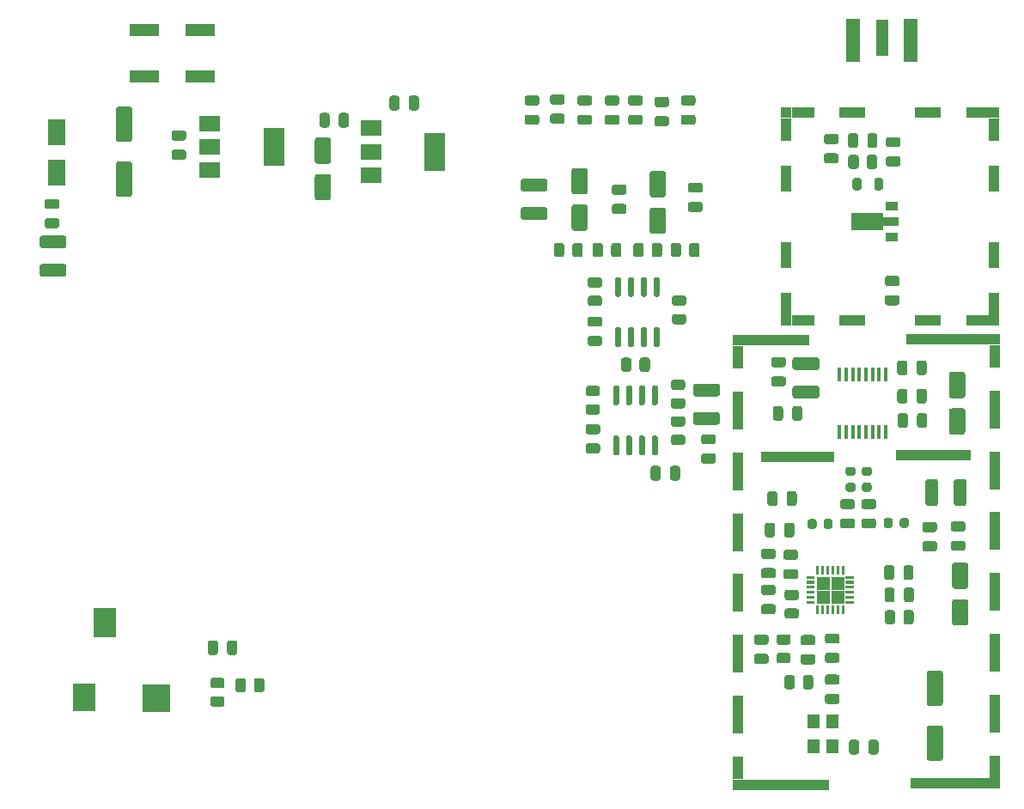
<source format=gbr>
%TF.GenerationSoftware,KiCad,Pcbnew,(5.1.12)-1*%
%TF.CreationDate,2024-04-15T13:07:49-04:00*%
%TF.ProjectId,QO100_TX,514f3130-305f-4545-982e-6b696361645f,rev?*%
%TF.SameCoordinates,Original*%
%TF.FileFunction,Paste,Top*%
%TF.FilePolarity,Positive*%
%FSLAX46Y46*%
G04 Gerber Fmt 4.6, Leading zero omitted, Abs format (unit mm)*
G04 Created by KiCad (PCBNEW (5.1.12)-1) date 2024-04-15 13:07:49*
%MOMM*%
%LPD*%
G01*
G04 APERTURE LIST*
%ADD10C,0.010000*%
%ADD11R,3.800000X1.000000*%
%ADD12R,1.550000X1.000000*%
%ADD13R,1.000000X2.300000*%
%ADD14R,1.000000X3.800000*%
%ADD15R,1.000000X1.000000*%
%ADD16R,1.800000X2.500000*%
%ADD17R,1.200000X1.400000*%
%ADD18C,0.100000*%
%ADD19R,1.300000X0.900000*%
%ADD20R,2.000000X1.500000*%
%ADD21R,2.000000X3.800000*%
%ADD22R,0.355600X1.473200*%
%ADD23R,3.000000X1.300000*%
%ADD24R,1.000000X2.600000*%
%ADD25R,2.300000X1.000000*%
%ADD26R,2.600000X1.000000*%
%ADD27R,1.270000X3.600000*%
%ADD28R,1.350000X4.200000*%
%ADD29R,2.200000X3.000000*%
%ADD30R,2.200000X2.800000*%
%ADD31R,2.800000X2.800000*%
G04 APERTURE END LIST*
D10*
%TO.C,U8*%
G36*
X133700000Y-185000000D02*
G01*
X133700000Y-186188000D01*
X132512000Y-186188000D01*
X132512000Y-185000000D01*
X133700000Y-185000000D01*
G37*
X133700000Y-185000000D02*
X133700000Y-186188000D01*
X132512000Y-186188000D01*
X132512000Y-185000000D01*
X133700000Y-185000000D01*
G36*
X133700000Y-183612000D02*
G01*
X133700000Y-184800000D01*
X132512000Y-184800000D01*
X132512000Y-183612000D01*
X133700000Y-183612000D01*
G37*
X133700000Y-183612000D02*
X133700000Y-184800000D01*
X132512000Y-184800000D01*
X132512000Y-183612000D01*
X133700000Y-183612000D01*
G36*
X135088000Y-185000000D02*
G01*
X135088000Y-186188000D01*
X133900000Y-186188000D01*
X133900000Y-185000000D01*
X135088000Y-185000000D01*
G37*
X135088000Y-185000000D02*
X135088000Y-186188000D01*
X133900000Y-186188000D01*
X133900000Y-185000000D01*
X135088000Y-185000000D01*
G36*
X135088000Y-183612000D02*
G01*
X135088000Y-184800000D01*
X133900000Y-184800000D01*
X133900000Y-183612000D01*
X135088000Y-183612000D01*
G37*
X135088000Y-183612000D02*
X135088000Y-184800000D01*
X133900000Y-184800000D01*
X133900000Y-183612000D01*
X135088000Y-183612000D01*
%TD*%
%TO.C,U8*%
G36*
G01*
X134927800Y-186425000D02*
X135172200Y-186425000D01*
G75*
G02*
X135180000Y-186432800I0J-7800D01*
G01*
X135180000Y-187257200D01*
G75*
G02*
X135172200Y-187265000I-7800J0D01*
G01*
X134927800Y-187265000D01*
G75*
G02*
X134920000Y-187257200I0J7800D01*
G01*
X134920000Y-186432800D01*
G75*
G02*
X134927800Y-186425000I7800J0D01*
G01*
G37*
G36*
G01*
X134427800Y-186425000D02*
X134672200Y-186425000D01*
G75*
G02*
X134680000Y-186432800I0J-7800D01*
G01*
X134680000Y-187257200D01*
G75*
G02*
X134672200Y-187265000I-7800J0D01*
G01*
X134427800Y-187265000D01*
G75*
G02*
X134420000Y-187257200I0J7800D01*
G01*
X134420000Y-186432800D01*
G75*
G02*
X134427800Y-186425000I7800J0D01*
G01*
G37*
G36*
G01*
X133927800Y-186425000D02*
X134172200Y-186425000D01*
G75*
G02*
X134180000Y-186432800I0J-7800D01*
G01*
X134180000Y-187257200D01*
G75*
G02*
X134172200Y-187265000I-7800J0D01*
G01*
X133927800Y-187265000D01*
G75*
G02*
X133920000Y-187257200I0J7800D01*
G01*
X133920000Y-186432800D01*
G75*
G02*
X133927800Y-186425000I7800J0D01*
G01*
G37*
G36*
G01*
X133427800Y-186425000D02*
X133672200Y-186425000D01*
G75*
G02*
X133680000Y-186432800I0J-7800D01*
G01*
X133680000Y-187257200D01*
G75*
G02*
X133672200Y-187265000I-7800J0D01*
G01*
X133427800Y-187265000D01*
G75*
G02*
X133420000Y-187257200I0J7800D01*
G01*
X133420000Y-186432800D01*
G75*
G02*
X133427800Y-186425000I7800J0D01*
G01*
G37*
G36*
G01*
X132927800Y-186425000D02*
X133172200Y-186425000D01*
G75*
G02*
X133180000Y-186432800I0J-7800D01*
G01*
X133180000Y-187257200D01*
G75*
G02*
X133172200Y-187265000I-7800J0D01*
G01*
X132927800Y-187265000D01*
G75*
G02*
X132920000Y-187257200I0J7800D01*
G01*
X132920000Y-186432800D01*
G75*
G02*
X132927800Y-186425000I7800J0D01*
G01*
G37*
G36*
G01*
X132427800Y-186425000D02*
X132672200Y-186425000D01*
G75*
G02*
X132680000Y-186432800I0J-7800D01*
G01*
X132680000Y-187257200D01*
G75*
G02*
X132672200Y-187265000I-7800J0D01*
G01*
X132427800Y-187265000D01*
G75*
G02*
X132420000Y-187257200I0J7800D01*
G01*
X132420000Y-186432800D01*
G75*
G02*
X132427800Y-186425000I7800J0D01*
G01*
G37*
G36*
G01*
X132427800Y-182535000D02*
X132672200Y-182535000D01*
G75*
G02*
X132680000Y-182542800I0J-7800D01*
G01*
X132680000Y-183367200D01*
G75*
G02*
X132672200Y-183375000I-7800J0D01*
G01*
X132427800Y-183375000D01*
G75*
G02*
X132420000Y-183367200I0J7800D01*
G01*
X132420000Y-182542800D01*
G75*
G02*
X132427800Y-182535000I7800J0D01*
G01*
G37*
G36*
G01*
X132927800Y-182535000D02*
X133172200Y-182535000D01*
G75*
G02*
X133180000Y-182542800I0J-7800D01*
G01*
X133180000Y-183367200D01*
G75*
G02*
X133172200Y-183375000I-7800J0D01*
G01*
X132927800Y-183375000D01*
G75*
G02*
X132920000Y-183367200I0J7800D01*
G01*
X132920000Y-182542800D01*
G75*
G02*
X132927800Y-182535000I7800J0D01*
G01*
G37*
G36*
G01*
X133427800Y-182535000D02*
X133672200Y-182535000D01*
G75*
G02*
X133680000Y-182542800I0J-7800D01*
G01*
X133680000Y-183367200D01*
G75*
G02*
X133672200Y-183375000I-7800J0D01*
G01*
X133427800Y-183375000D01*
G75*
G02*
X133420000Y-183367200I0J7800D01*
G01*
X133420000Y-182542800D01*
G75*
G02*
X133427800Y-182535000I7800J0D01*
G01*
G37*
G36*
G01*
X133927800Y-182535000D02*
X134172200Y-182535000D01*
G75*
G02*
X134180000Y-182542800I0J-7800D01*
G01*
X134180000Y-183367200D01*
G75*
G02*
X134172200Y-183375000I-7800J0D01*
G01*
X133927800Y-183375000D01*
G75*
G02*
X133920000Y-183367200I0J7800D01*
G01*
X133920000Y-182542800D01*
G75*
G02*
X133927800Y-182535000I7800J0D01*
G01*
G37*
G36*
G01*
X134427800Y-182535000D02*
X134672200Y-182535000D01*
G75*
G02*
X134680000Y-182542800I0J-7800D01*
G01*
X134680000Y-183367200D01*
G75*
G02*
X134672200Y-183375000I-7800J0D01*
G01*
X134427800Y-183375000D01*
G75*
G02*
X134420000Y-183367200I0J7800D01*
G01*
X134420000Y-182542800D01*
G75*
G02*
X134427800Y-182535000I7800J0D01*
G01*
G37*
G36*
G01*
X134927800Y-182535000D02*
X135172200Y-182535000D01*
G75*
G02*
X135180000Y-182542800I0J-7800D01*
G01*
X135180000Y-183367200D01*
G75*
G02*
X135172200Y-183375000I-7800J0D01*
G01*
X134927800Y-183375000D01*
G75*
G02*
X134920000Y-183367200I0J7800D01*
G01*
X134920000Y-182542800D01*
G75*
G02*
X134927800Y-182535000I7800J0D01*
G01*
G37*
G36*
G01*
X135325000Y-183772200D02*
X135325000Y-183527800D01*
G75*
G02*
X135332800Y-183520000I7800J0D01*
G01*
X136157200Y-183520000D01*
G75*
G02*
X136165000Y-183527800I0J-7800D01*
G01*
X136165000Y-183772200D01*
G75*
G02*
X136157200Y-183780000I-7800J0D01*
G01*
X135332800Y-183780000D01*
G75*
G02*
X135325000Y-183772200I0J7800D01*
G01*
G37*
G36*
G01*
X135325000Y-184272200D02*
X135325000Y-184027800D01*
G75*
G02*
X135332800Y-184020000I7800J0D01*
G01*
X136157200Y-184020000D01*
G75*
G02*
X136165000Y-184027800I0J-7800D01*
G01*
X136165000Y-184272200D01*
G75*
G02*
X136157200Y-184280000I-7800J0D01*
G01*
X135332800Y-184280000D01*
G75*
G02*
X135325000Y-184272200I0J7800D01*
G01*
G37*
G36*
G01*
X135325000Y-184772200D02*
X135325000Y-184527800D01*
G75*
G02*
X135332800Y-184520000I7800J0D01*
G01*
X136157200Y-184520000D01*
G75*
G02*
X136165000Y-184527800I0J-7800D01*
G01*
X136165000Y-184772200D01*
G75*
G02*
X136157200Y-184780000I-7800J0D01*
G01*
X135332800Y-184780000D01*
G75*
G02*
X135325000Y-184772200I0J7800D01*
G01*
G37*
G36*
G01*
X135325000Y-185272200D02*
X135325000Y-185027800D01*
G75*
G02*
X135332800Y-185020000I7800J0D01*
G01*
X136157200Y-185020000D01*
G75*
G02*
X136165000Y-185027800I0J-7800D01*
G01*
X136165000Y-185272200D01*
G75*
G02*
X136157200Y-185280000I-7800J0D01*
G01*
X135332800Y-185280000D01*
G75*
G02*
X135325000Y-185272200I0J7800D01*
G01*
G37*
G36*
G01*
X135325000Y-185772200D02*
X135325000Y-185527800D01*
G75*
G02*
X135332800Y-185520000I7800J0D01*
G01*
X136157200Y-185520000D01*
G75*
G02*
X136165000Y-185527800I0J-7800D01*
G01*
X136165000Y-185772200D01*
G75*
G02*
X136157200Y-185780000I-7800J0D01*
G01*
X135332800Y-185780000D01*
G75*
G02*
X135325000Y-185772200I0J7800D01*
G01*
G37*
G36*
G01*
X135325000Y-186272200D02*
X135325000Y-186027800D01*
G75*
G02*
X135332800Y-186020000I7800J0D01*
G01*
X136157200Y-186020000D01*
G75*
G02*
X136165000Y-186027800I0J-7800D01*
G01*
X136165000Y-186272200D01*
G75*
G02*
X136157200Y-186280000I-7800J0D01*
G01*
X135332800Y-186280000D01*
G75*
G02*
X135325000Y-186272200I0J7800D01*
G01*
G37*
G36*
G01*
X131435000Y-186272200D02*
X131435000Y-186027800D01*
G75*
G02*
X131442800Y-186020000I7800J0D01*
G01*
X132267200Y-186020000D01*
G75*
G02*
X132275000Y-186027800I0J-7800D01*
G01*
X132275000Y-186272200D01*
G75*
G02*
X132267200Y-186280000I-7800J0D01*
G01*
X131442800Y-186280000D01*
G75*
G02*
X131435000Y-186272200I0J7800D01*
G01*
G37*
G36*
G01*
X131435000Y-185772200D02*
X131435000Y-185527800D01*
G75*
G02*
X131442800Y-185520000I7800J0D01*
G01*
X132267200Y-185520000D01*
G75*
G02*
X132275000Y-185527800I0J-7800D01*
G01*
X132275000Y-185772200D01*
G75*
G02*
X132267200Y-185780000I-7800J0D01*
G01*
X131442800Y-185780000D01*
G75*
G02*
X131435000Y-185772200I0J7800D01*
G01*
G37*
G36*
G01*
X131435000Y-185272200D02*
X131435000Y-185027800D01*
G75*
G02*
X131442800Y-185020000I7800J0D01*
G01*
X132267200Y-185020000D01*
G75*
G02*
X132275000Y-185027800I0J-7800D01*
G01*
X132275000Y-185272200D01*
G75*
G02*
X132267200Y-185280000I-7800J0D01*
G01*
X131442800Y-185280000D01*
G75*
G02*
X131435000Y-185272200I0J7800D01*
G01*
G37*
G36*
G01*
X131435000Y-184772200D02*
X131435000Y-184527800D01*
G75*
G02*
X131442800Y-184520000I7800J0D01*
G01*
X132267200Y-184520000D01*
G75*
G02*
X132275000Y-184527800I0J-7800D01*
G01*
X132275000Y-184772200D01*
G75*
G02*
X132267200Y-184780000I-7800J0D01*
G01*
X131442800Y-184780000D01*
G75*
G02*
X131435000Y-184772200I0J7800D01*
G01*
G37*
G36*
G01*
X131435000Y-184272200D02*
X131435000Y-184027800D01*
G75*
G02*
X131442800Y-184020000I7800J0D01*
G01*
X132267200Y-184020000D01*
G75*
G02*
X132275000Y-184027800I0J-7800D01*
G01*
X132275000Y-184272200D01*
G75*
G02*
X132267200Y-184280000I-7800J0D01*
G01*
X131442800Y-184280000D01*
G75*
G02*
X131435000Y-184272200I0J7800D01*
G01*
G37*
G36*
G01*
X131435000Y-183772200D02*
X131435000Y-183527800D01*
G75*
G02*
X131442800Y-183520000I7800J0D01*
G01*
X132267200Y-183520000D01*
G75*
G02*
X132275000Y-183527800I0J-7800D01*
G01*
X132275000Y-183772200D01*
G75*
G02*
X132267200Y-183780000I-7800J0D01*
G01*
X131442800Y-183780000D01*
G75*
G02*
X131435000Y-183772200I0J7800D01*
G01*
G37*
%TD*%
%TO.C,C12*%
G36*
G01*
X146850000Y-166000000D02*
X145750000Y-166000000D01*
G75*
G02*
X145500000Y-165750000I0J250000D01*
G01*
X145500000Y-163650000D01*
G75*
G02*
X145750000Y-163400000I250000J0D01*
G01*
X146850000Y-163400000D01*
G75*
G02*
X147100000Y-163650000I0J-250000D01*
G01*
X147100000Y-165750000D01*
G75*
G02*
X146850000Y-166000000I-250000J0D01*
G01*
G37*
G36*
G01*
X146850000Y-169600000D02*
X145750000Y-169600000D01*
G75*
G02*
X145500000Y-169350000I0J250000D01*
G01*
X145500000Y-167250000D01*
G75*
G02*
X145750000Y-167000000I250000J0D01*
G01*
X146850000Y-167000000D01*
G75*
G02*
X147100000Y-167250000I0J-250000D01*
G01*
X147100000Y-169350000D01*
G75*
G02*
X146850000Y-169600000I-250000J0D01*
G01*
G37*
%TD*%
D11*
%TO.C,J4*%
X142150000Y-171650000D03*
X132350000Y-171800000D03*
X128850000Y-171800000D03*
X145750000Y-171650000D03*
D12*
X148725000Y-160200000D03*
X148725000Y-204000000D03*
D11*
X146150000Y-160200000D03*
X146150000Y-204000000D03*
X143150000Y-160200000D03*
X143550000Y-204000000D03*
X126150000Y-160300000D03*
X128450000Y-204100000D03*
X129850000Y-160300000D03*
X131850000Y-204100000D03*
D12*
X125975000Y-160300000D03*
X125975000Y-204100000D03*
D13*
X150000000Y-161850000D03*
X124700000Y-161950000D03*
D14*
X150000000Y-167100000D03*
X124700000Y-167200000D03*
X150000000Y-173100000D03*
X124700000Y-173200000D03*
X150000000Y-179100000D03*
X124700000Y-179200000D03*
X150000000Y-185100000D03*
X124700000Y-185200000D03*
X150000000Y-191100000D03*
X124700000Y-191200000D03*
X150000000Y-197100000D03*
X124700000Y-197200000D03*
D13*
X150000000Y-202350000D03*
X124700000Y-202450000D03*
D15*
X150000000Y-204000000D03*
X150000000Y-160200000D03*
X124700000Y-160300000D03*
X124700000Y-204100000D03*
%TD*%
D16*
%TO.C,D1*%
X57600000Y-139800000D03*
X57600000Y-143800000D03*
%TD*%
D17*
%TO.C,Y1*%
X134050000Y-197900000D03*
X134050000Y-200300000D03*
X132150000Y-200300000D03*
X132150000Y-197900000D03*
%TD*%
D18*
%TO.C,U7*%
G36*
X135900000Y-147733500D02*
G01*
X139025000Y-147733500D01*
X139025000Y-148150000D01*
X140500000Y-148150000D01*
X140500000Y-149050000D01*
X139025000Y-149050000D01*
X139025000Y-149466500D01*
X135900000Y-149466500D01*
X135900000Y-147733500D01*
G37*
D19*
X139850000Y-147100000D03*
X139850000Y-150100000D03*
%TD*%
D20*
%TO.C,U6*%
X88550000Y-139400000D03*
X88550000Y-144000000D03*
X88550000Y-141700000D03*
D21*
X94850000Y-141700000D03*
%TD*%
D20*
%TO.C,U5*%
X72650000Y-138900000D03*
X72650000Y-143500000D03*
X72650000Y-141200000D03*
D21*
X78950000Y-141200000D03*
%TD*%
D22*
%TO.C,U4*%
X134714000Y-163680600D03*
X135374400Y-163680600D03*
X136034800Y-163680600D03*
X136669800Y-163680600D03*
X137330200Y-163680600D03*
X137965200Y-163680600D03*
X138625600Y-163680600D03*
X139286000Y-163680600D03*
X139286000Y-169319400D03*
X138625600Y-169319400D03*
X137965200Y-169319400D03*
X137330200Y-169319400D03*
X136669800Y-169319400D03*
X136034800Y-169319400D03*
X135374400Y-169319400D03*
X134714000Y-169319400D03*
%TD*%
%TO.C,U3*%
G36*
G01*
X116555000Y-159000000D02*
X116855000Y-159000000D01*
G75*
G02*
X117005000Y-159150000I0J-150000D01*
G01*
X117005000Y-160800000D01*
G75*
G02*
X116855000Y-160950000I-150000J0D01*
G01*
X116555000Y-160950000D01*
G75*
G02*
X116405000Y-160800000I0J150000D01*
G01*
X116405000Y-159150000D01*
G75*
G02*
X116555000Y-159000000I150000J0D01*
G01*
G37*
G36*
G01*
X115285000Y-159000000D02*
X115585000Y-159000000D01*
G75*
G02*
X115735000Y-159150000I0J-150000D01*
G01*
X115735000Y-160800000D01*
G75*
G02*
X115585000Y-160950000I-150000J0D01*
G01*
X115285000Y-160950000D01*
G75*
G02*
X115135000Y-160800000I0J150000D01*
G01*
X115135000Y-159150000D01*
G75*
G02*
X115285000Y-159000000I150000J0D01*
G01*
G37*
G36*
G01*
X114015000Y-159000000D02*
X114315000Y-159000000D01*
G75*
G02*
X114465000Y-159150000I0J-150000D01*
G01*
X114465000Y-160800000D01*
G75*
G02*
X114315000Y-160950000I-150000J0D01*
G01*
X114015000Y-160950000D01*
G75*
G02*
X113865000Y-160800000I0J150000D01*
G01*
X113865000Y-159150000D01*
G75*
G02*
X114015000Y-159000000I150000J0D01*
G01*
G37*
G36*
G01*
X112745000Y-159000000D02*
X113045000Y-159000000D01*
G75*
G02*
X113195000Y-159150000I0J-150000D01*
G01*
X113195000Y-160800000D01*
G75*
G02*
X113045000Y-160950000I-150000J0D01*
G01*
X112745000Y-160950000D01*
G75*
G02*
X112595000Y-160800000I0J150000D01*
G01*
X112595000Y-159150000D01*
G75*
G02*
X112745000Y-159000000I150000J0D01*
G01*
G37*
G36*
G01*
X112745000Y-154050000D02*
X113045000Y-154050000D01*
G75*
G02*
X113195000Y-154200000I0J-150000D01*
G01*
X113195000Y-155850000D01*
G75*
G02*
X113045000Y-156000000I-150000J0D01*
G01*
X112745000Y-156000000D01*
G75*
G02*
X112595000Y-155850000I0J150000D01*
G01*
X112595000Y-154200000D01*
G75*
G02*
X112745000Y-154050000I150000J0D01*
G01*
G37*
G36*
G01*
X114015000Y-154050000D02*
X114315000Y-154050000D01*
G75*
G02*
X114465000Y-154200000I0J-150000D01*
G01*
X114465000Y-155850000D01*
G75*
G02*
X114315000Y-156000000I-150000J0D01*
G01*
X114015000Y-156000000D01*
G75*
G02*
X113865000Y-155850000I0J150000D01*
G01*
X113865000Y-154200000D01*
G75*
G02*
X114015000Y-154050000I150000J0D01*
G01*
G37*
G36*
G01*
X115285000Y-154050000D02*
X115585000Y-154050000D01*
G75*
G02*
X115735000Y-154200000I0J-150000D01*
G01*
X115735000Y-155850000D01*
G75*
G02*
X115585000Y-156000000I-150000J0D01*
G01*
X115285000Y-156000000D01*
G75*
G02*
X115135000Y-155850000I0J150000D01*
G01*
X115135000Y-154200000D01*
G75*
G02*
X115285000Y-154050000I150000J0D01*
G01*
G37*
G36*
G01*
X116555000Y-154050000D02*
X116855000Y-154050000D01*
G75*
G02*
X117005000Y-154200000I0J-150000D01*
G01*
X117005000Y-155850000D01*
G75*
G02*
X116855000Y-156000000I-150000J0D01*
G01*
X116555000Y-156000000D01*
G75*
G02*
X116405000Y-155850000I0J150000D01*
G01*
X116405000Y-154200000D01*
G75*
G02*
X116555000Y-154050000I150000J0D01*
G01*
G37*
%TD*%
%TO.C,U2*%
G36*
G01*
X116355000Y-169700000D02*
X116655000Y-169700000D01*
G75*
G02*
X116805000Y-169850000I0J-150000D01*
G01*
X116805000Y-171500000D01*
G75*
G02*
X116655000Y-171650000I-150000J0D01*
G01*
X116355000Y-171650000D01*
G75*
G02*
X116205000Y-171500000I0J150000D01*
G01*
X116205000Y-169850000D01*
G75*
G02*
X116355000Y-169700000I150000J0D01*
G01*
G37*
G36*
G01*
X115085000Y-169700000D02*
X115385000Y-169700000D01*
G75*
G02*
X115535000Y-169850000I0J-150000D01*
G01*
X115535000Y-171500000D01*
G75*
G02*
X115385000Y-171650000I-150000J0D01*
G01*
X115085000Y-171650000D01*
G75*
G02*
X114935000Y-171500000I0J150000D01*
G01*
X114935000Y-169850000D01*
G75*
G02*
X115085000Y-169700000I150000J0D01*
G01*
G37*
G36*
G01*
X113815000Y-169700000D02*
X114115000Y-169700000D01*
G75*
G02*
X114265000Y-169850000I0J-150000D01*
G01*
X114265000Y-171500000D01*
G75*
G02*
X114115000Y-171650000I-150000J0D01*
G01*
X113815000Y-171650000D01*
G75*
G02*
X113665000Y-171500000I0J150000D01*
G01*
X113665000Y-169850000D01*
G75*
G02*
X113815000Y-169700000I150000J0D01*
G01*
G37*
G36*
G01*
X112545000Y-169700000D02*
X112845000Y-169700000D01*
G75*
G02*
X112995000Y-169850000I0J-150000D01*
G01*
X112995000Y-171500000D01*
G75*
G02*
X112845000Y-171650000I-150000J0D01*
G01*
X112545000Y-171650000D01*
G75*
G02*
X112395000Y-171500000I0J150000D01*
G01*
X112395000Y-169850000D01*
G75*
G02*
X112545000Y-169700000I150000J0D01*
G01*
G37*
G36*
G01*
X112545000Y-164750000D02*
X112845000Y-164750000D01*
G75*
G02*
X112995000Y-164900000I0J-150000D01*
G01*
X112995000Y-166550000D01*
G75*
G02*
X112845000Y-166700000I-150000J0D01*
G01*
X112545000Y-166700000D01*
G75*
G02*
X112395000Y-166550000I0J150000D01*
G01*
X112395000Y-164900000D01*
G75*
G02*
X112545000Y-164750000I150000J0D01*
G01*
G37*
G36*
G01*
X113815000Y-164750000D02*
X114115000Y-164750000D01*
G75*
G02*
X114265000Y-164900000I0J-150000D01*
G01*
X114265000Y-166550000D01*
G75*
G02*
X114115000Y-166700000I-150000J0D01*
G01*
X113815000Y-166700000D01*
G75*
G02*
X113665000Y-166550000I0J150000D01*
G01*
X113665000Y-164900000D01*
G75*
G02*
X113815000Y-164750000I150000J0D01*
G01*
G37*
G36*
G01*
X115085000Y-164750000D02*
X115385000Y-164750000D01*
G75*
G02*
X115535000Y-164900000I0J-150000D01*
G01*
X115535000Y-166550000D01*
G75*
G02*
X115385000Y-166700000I-150000J0D01*
G01*
X115085000Y-166700000D01*
G75*
G02*
X114935000Y-166550000I0J150000D01*
G01*
X114935000Y-164900000D01*
G75*
G02*
X115085000Y-164750000I150000J0D01*
G01*
G37*
G36*
G01*
X116355000Y-164750000D02*
X116655000Y-164750000D01*
G75*
G02*
X116805000Y-164900000I0J-150000D01*
G01*
X116805000Y-166550000D01*
G75*
G02*
X116655000Y-166700000I-150000J0D01*
G01*
X116355000Y-166700000D01*
G75*
G02*
X116205000Y-166550000I0J150000D01*
G01*
X116205000Y-164900000D01*
G75*
G02*
X116355000Y-164750000I150000J0D01*
G01*
G37*
%TD*%
D23*
%TO.C,SW1*%
X71700000Y-134300000D03*
X71700000Y-129700000D03*
X66200000Y-129700000D03*
X66200000Y-134250000D03*
%TD*%
%TO.C,R17*%
G36*
G01*
X140200000Y-187149998D02*
X140200000Y-188050002D01*
G75*
G02*
X139950002Y-188300000I-249998J0D01*
G01*
X139424998Y-188300000D01*
G75*
G02*
X139175000Y-188050002I0J249998D01*
G01*
X139175000Y-187149998D01*
G75*
G02*
X139424998Y-186900000I249998J0D01*
G01*
X139950002Y-186900000D01*
G75*
G02*
X140200000Y-187149998I0J-249998D01*
G01*
G37*
G36*
G01*
X142025000Y-187149998D02*
X142025000Y-188050002D01*
G75*
G02*
X141775002Y-188300000I-249998J0D01*
G01*
X141249998Y-188300000D01*
G75*
G02*
X141000000Y-188050002I0J249998D01*
G01*
X141000000Y-187149998D01*
G75*
G02*
X141249998Y-186900000I249998J0D01*
G01*
X141775002Y-186900000D01*
G75*
G02*
X142025000Y-187149998I0J-249998D01*
G01*
G37*
%TD*%
%TO.C,R16*%
G36*
G01*
X130450002Y-185912500D02*
X129549998Y-185912500D01*
G75*
G02*
X129300000Y-185662502I0J249998D01*
G01*
X129300000Y-185137498D01*
G75*
G02*
X129549998Y-184887500I249998J0D01*
G01*
X130450002Y-184887500D01*
G75*
G02*
X130700000Y-185137498I0J-249998D01*
G01*
X130700000Y-185662502D01*
G75*
G02*
X130450002Y-185912500I-249998J0D01*
G01*
G37*
G36*
G01*
X130450002Y-187737500D02*
X129549998Y-187737500D01*
G75*
G02*
X129300000Y-187487502I0J249998D01*
G01*
X129300000Y-186962498D01*
G75*
G02*
X129549998Y-186712500I249998J0D01*
G01*
X130450002Y-186712500D01*
G75*
G02*
X130700000Y-186962498I0J-249998D01*
G01*
X130700000Y-187487502D01*
G75*
G02*
X130450002Y-187737500I-249998J0D01*
G01*
G37*
%TD*%
%TO.C,R15*%
G36*
G01*
X136600000Y-142249998D02*
X136600000Y-143150002D01*
G75*
G02*
X136350002Y-143400000I-249998J0D01*
G01*
X135824998Y-143400000D01*
G75*
G02*
X135575000Y-143150002I0J249998D01*
G01*
X135575000Y-142249998D01*
G75*
G02*
X135824998Y-142000000I249998J0D01*
G01*
X136350002Y-142000000D01*
G75*
G02*
X136600000Y-142249998I0J-249998D01*
G01*
G37*
G36*
G01*
X138425000Y-142249998D02*
X138425000Y-143150002D01*
G75*
G02*
X138175002Y-143400000I-249998J0D01*
G01*
X137649998Y-143400000D01*
G75*
G02*
X137400000Y-143150002I0J249998D01*
G01*
X137400000Y-142249998D01*
G75*
G02*
X137649998Y-142000000I249998J0D01*
G01*
X138175002Y-142000000D01*
G75*
G02*
X138425000Y-142249998I0J-249998D01*
G01*
G37*
%TD*%
%TO.C,R14*%
G36*
G01*
X128749998Y-191100000D02*
X129650002Y-191100000D01*
G75*
G02*
X129900000Y-191349998I0J-249998D01*
G01*
X129900000Y-191875002D01*
G75*
G02*
X129650002Y-192125000I-249998J0D01*
G01*
X128749998Y-192125000D01*
G75*
G02*
X128500000Y-191875002I0J249998D01*
G01*
X128500000Y-191349998D01*
G75*
G02*
X128749998Y-191100000I249998J0D01*
G01*
G37*
G36*
G01*
X128749998Y-189275000D02*
X129650002Y-189275000D01*
G75*
G02*
X129900000Y-189524998I0J-249998D01*
G01*
X129900000Y-190050002D01*
G75*
G02*
X129650002Y-190300000I-249998J0D01*
G01*
X128749998Y-190300000D01*
G75*
G02*
X128500000Y-190050002I0J249998D01*
G01*
X128500000Y-189524998D01*
G75*
G02*
X128749998Y-189275000I249998J0D01*
G01*
G37*
%TD*%
%TO.C,R13*%
G36*
G01*
X115400000Y-150949998D02*
X115400000Y-151850002D01*
G75*
G02*
X115150002Y-152100000I-249998J0D01*
G01*
X114624998Y-152100000D01*
G75*
G02*
X114375000Y-151850002I0J249998D01*
G01*
X114375000Y-150949998D01*
G75*
G02*
X114624998Y-150700000I249998J0D01*
G01*
X115150002Y-150700000D01*
G75*
G02*
X115400000Y-150949998I0J-249998D01*
G01*
G37*
G36*
G01*
X117225000Y-150949998D02*
X117225000Y-151850002D01*
G75*
G02*
X116975002Y-152100000I-249998J0D01*
G01*
X116449998Y-152100000D01*
G75*
G02*
X116200000Y-151850002I0J249998D01*
G01*
X116200000Y-150949998D01*
G75*
G02*
X116449998Y-150700000I249998J0D01*
G01*
X116975002Y-150700000D01*
G75*
G02*
X117225000Y-150949998I0J-249998D01*
G01*
G37*
%TD*%
%TO.C,R12*%
G36*
G01*
X119900000Y-151850002D02*
X119900000Y-150949998D01*
G75*
G02*
X120149998Y-150700000I249998J0D01*
G01*
X120675002Y-150700000D01*
G75*
G02*
X120925000Y-150949998I0J-249998D01*
G01*
X120925000Y-151850002D01*
G75*
G02*
X120675002Y-152100000I-249998J0D01*
G01*
X120149998Y-152100000D01*
G75*
G02*
X119900000Y-151850002I0J249998D01*
G01*
G37*
G36*
G01*
X118075000Y-151850002D02*
X118075000Y-150949998D01*
G75*
G02*
X118324998Y-150700000I249998J0D01*
G01*
X118850002Y-150700000D01*
G75*
G02*
X119100000Y-150949998I0J-249998D01*
G01*
X119100000Y-151850002D01*
G75*
G02*
X118850002Y-152100000I-249998J0D01*
G01*
X118324998Y-152100000D01*
G75*
G02*
X118075000Y-151850002I0J249998D01*
G01*
G37*
%TD*%
%TO.C,R11*%
G36*
G01*
X130300000Y-193549998D02*
X130300000Y-194450002D01*
G75*
G02*
X130050002Y-194700000I-249998J0D01*
G01*
X129524998Y-194700000D01*
G75*
G02*
X129275000Y-194450002I0J249998D01*
G01*
X129275000Y-193549998D01*
G75*
G02*
X129524998Y-193300000I249998J0D01*
G01*
X130050002Y-193300000D01*
G75*
G02*
X130300000Y-193549998I0J-249998D01*
G01*
G37*
G36*
G01*
X132125000Y-193549998D02*
X132125000Y-194450002D01*
G75*
G02*
X131875002Y-194700000I-249998J0D01*
G01*
X131349998Y-194700000D01*
G75*
G02*
X131100000Y-194450002I0J249998D01*
G01*
X131100000Y-193549998D01*
G75*
G02*
X131349998Y-193300000I249998J0D01*
G01*
X131875002Y-193300000D01*
G75*
G02*
X132125000Y-193549998I0J-249998D01*
G01*
G37*
%TD*%
%TO.C,R10*%
G36*
G01*
X112200000Y-151850002D02*
X112200000Y-150949998D01*
G75*
G02*
X112449998Y-150700000I249998J0D01*
G01*
X112975002Y-150700000D01*
G75*
G02*
X113225000Y-150949998I0J-249998D01*
G01*
X113225000Y-151850002D01*
G75*
G02*
X112975002Y-152100000I-249998J0D01*
G01*
X112449998Y-152100000D01*
G75*
G02*
X112200000Y-151850002I0J249998D01*
G01*
G37*
G36*
G01*
X110375000Y-151850002D02*
X110375000Y-150949998D01*
G75*
G02*
X110624998Y-150700000I249998J0D01*
G01*
X111150002Y-150700000D01*
G75*
G02*
X111400000Y-150949998I0J-249998D01*
G01*
X111400000Y-151850002D01*
G75*
G02*
X111150002Y-152100000I-249998J0D01*
G01*
X110624998Y-152100000D01*
G75*
G02*
X110375000Y-151850002I0J249998D01*
G01*
G37*
%TD*%
%TO.C,R9*%
G36*
G01*
X108387500Y-151850002D02*
X108387500Y-150949998D01*
G75*
G02*
X108637498Y-150700000I249998J0D01*
G01*
X109162502Y-150700000D01*
G75*
G02*
X109412500Y-150949998I0J-249998D01*
G01*
X109412500Y-151850002D01*
G75*
G02*
X109162502Y-152100000I-249998J0D01*
G01*
X108637498Y-152100000D01*
G75*
G02*
X108387500Y-151850002I0J249998D01*
G01*
G37*
G36*
G01*
X106562500Y-151850002D02*
X106562500Y-150949998D01*
G75*
G02*
X106812498Y-150700000I249998J0D01*
G01*
X107337502Y-150700000D01*
G75*
G02*
X107587500Y-150949998I0J-249998D01*
G01*
X107587500Y-151850002D01*
G75*
G02*
X107337502Y-152100000I-249998J0D01*
G01*
X106812498Y-152100000D01*
G75*
G02*
X106562500Y-151850002I0J249998D01*
G01*
G37*
%TD*%
%TO.C,R8*%
G36*
G01*
X115000000Y-163150002D02*
X115000000Y-162249998D01*
G75*
G02*
X115249998Y-162000000I249998J0D01*
G01*
X115775002Y-162000000D01*
G75*
G02*
X116025000Y-162249998I0J-249998D01*
G01*
X116025000Y-163150002D01*
G75*
G02*
X115775002Y-163400000I-249998J0D01*
G01*
X115249998Y-163400000D01*
G75*
G02*
X115000000Y-163150002I0J249998D01*
G01*
G37*
G36*
G01*
X113175000Y-163150002D02*
X113175000Y-162249998D01*
G75*
G02*
X113424998Y-162000000I249998J0D01*
G01*
X113950002Y-162000000D01*
G75*
G02*
X114200000Y-162249998I0J-249998D01*
G01*
X114200000Y-163150002D01*
G75*
G02*
X113950002Y-163400000I-249998J0D01*
G01*
X113424998Y-163400000D01*
G75*
G02*
X113175000Y-163150002I0J249998D01*
G01*
G37*
%TD*%
%TO.C,R7*%
G36*
G01*
X118349998Y-169600000D02*
X119250002Y-169600000D01*
G75*
G02*
X119500000Y-169849998I0J-249998D01*
G01*
X119500000Y-170375002D01*
G75*
G02*
X119250002Y-170625000I-249998J0D01*
G01*
X118349998Y-170625000D01*
G75*
G02*
X118100000Y-170375002I0J249998D01*
G01*
X118100000Y-169849998D01*
G75*
G02*
X118349998Y-169600000I249998J0D01*
G01*
G37*
G36*
G01*
X118349998Y-167775000D02*
X119250002Y-167775000D01*
G75*
G02*
X119500000Y-168024998I0J-249998D01*
G01*
X119500000Y-168550002D01*
G75*
G02*
X119250002Y-168800000I-249998J0D01*
G01*
X118349998Y-168800000D01*
G75*
G02*
X118100000Y-168550002I0J249998D01*
G01*
X118100000Y-168024998D01*
G75*
G02*
X118349998Y-167775000I249998J0D01*
G01*
G37*
%TD*%
%TO.C,R6*%
G36*
G01*
X118449998Y-157700000D02*
X119350002Y-157700000D01*
G75*
G02*
X119600000Y-157949998I0J-249998D01*
G01*
X119600000Y-158475002D01*
G75*
G02*
X119350002Y-158725000I-249998J0D01*
G01*
X118449998Y-158725000D01*
G75*
G02*
X118200000Y-158475002I0J249998D01*
G01*
X118200000Y-157949998D01*
G75*
G02*
X118449998Y-157700000I249998J0D01*
G01*
G37*
G36*
G01*
X118449998Y-155875000D02*
X119350002Y-155875000D01*
G75*
G02*
X119600000Y-156124998I0J-249998D01*
G01*
X119600000Y-156650002D01*
G75*
G02*
X119350002Y-156900000I-249998J0D01*
G01*
X118449998Y-156900000D01*
G75*
G02*
X118200000Y-156650002I0J249998D01*
G01*
X118200000Y-156124998D01*
G75*
G02*
X118449998Y-155875000I249998J0D01*
G01*
G37*
%TD*%
%TO.C,R5*%
G36*
G01*
X118349998Y-166000000D02*
X119250002Y-166000000D01*
G75*
G02*
X119500000Y-166249998I0J-249998D01*
G01*
X119500000Y-166775002D01*
G75*
G02*
X119250002Y-167025000I-249998J0D01*
G01*
X118349998Y-167025000D01*
G75*
G02*
X118100000Y-166775002I0J249998D01*
G01*
X118100000Y-166249998D01*
G75*
G02*
X118349998Y-166000000I249998J0D01*
G01*
G37*
G36*
G01*
X118349998Y-164175000D02*
X119250002Y-164175000D01*
G75*
G02*
X119500000Y-164424998I0J-249998D01*
G01*
X119500000Y-164950002D01*
G75*
G02*
X119250002Y-165200000I-249998J0D01*
G01*
X118349998Y-165200000D01*
G75*
G02*
X118100000Y-164950002I0J249998D01*
G01*
X118100000Y-164424998D01*
G75*
G02*
X118349998Y-164175000I249998J0D01*
G01*
G37*
%TD*%
%TO.C,R4*%
G36*
G01*
X110149998Y-155900000D02*
X111050002Y-155900000D01*
G75*
G02*
X111300000Y-156149998I0J-249998D01*
G01*
X111300000Y-156675002D01*
G75*
G02*
X111050002Y-156925000I-249998J0D01*
G01*
X110149998Y-156925000D01*
G75*
G02*
X109900000Y-156675002I0J249998D01*
G01*
X109900000Y-156149998D01*
G75*
G02*
X110149998Y-155900000I249998J0D01*
G01*
G37*
G36*
G01*
X110149998Y-154075000D02*
X111050002Y-154075000D01*
G75*
G02*
X111300000Y-154324998I0J-249998D01*
G01*
X111300000Y-154850002D01*
G75*
G02*
X111050002Y-155100000I-249998J0D01*
G01*
X110149998Y-155100000D01*
G75*
G02*
X109900000Y-154850002I0J249998D01*
G01*
X109900000Y-154324998D01*
G75*
G02*
X110149998Y-154075000I249998J0D01*
G01*
G37*
%TD*%
%TO.C,R3*%
G36*
G01*
X109949998Y-166600000D02*
X110850002Y-166600000D01*
G75*
G02*
X111100000Y-166849998I0J-249998D01*
G01*
X111100000Y-167375002D01*
G75*
G02*
X110850002Y-167625000I-249998J0D01*
G01*
X109949998Y-167625000D01*
G75*
G02*
X109700000Y-167375002I0J249998D01*
G01*
X109700000Y-166849998D01*
G75*
G02*
X109949998Y-166600000I249998J0D01*
G01*
G37*
G36*
G01*
X109949998Y-164775000D02*
X110850002Y-164775000D01*
G75*
G02*
X111100000Y-165024998I0J-249998D01*
G01*
X111100000Y-165550002D01*
G75*
G02*
X110850002Y-165800000I-249998J0D01*
G01*
X109949998Y-165800000D01*
G75*
G02*
X109700000Y-165550002I0J249998D01*
G01*
X109700000Y-165024998D01*
G75*
G02*
X109949998Y-164775000I249998J0D01*
G01*
G37*
%TD*%
%TO.C,R2*%
G36*
G01*
X72949998Y-195400000D02*
X73850002Y-195400000D01*
G75*
G02*
X74100000Y-195649998I0J-249998D01*
G01*
X74100000Y-196175002D01*
G75*
G02*
X73850002Y-196425000I-249998J0D01*
G01*
X72949998Y-196425000D01*
G75*
G02*
X72700000Y-196175002I0J249998D01*
G01*
X72700000Y-195649998D01*
G75*
G02*
X72949998Y-195400000I249998J0D01*
G01*
G37*
G36*
G01*
X72949998Y-193575000D02*
X73850002Y-193575000D01*
G75*
G02*
X74100000Y-193824998I0J-249998D01*
G01*
X74100000Y-194350002D01*
G75*
G02*
X73850002Y-194600000I-249998J0D01*
G01*
X72949998Y-194600000D01*
G75*
G02*
X72700000Y-194350002I0J249998D01*
G01*
X72700000Y-193824998D01*
G75*
G02*
X72949998Y-193575000I249998J0D01*
G01*
G37*
%TD*%
%TO.C,R1*%
G36*
G01*
X76200000Y-193849998D02*
X76200000Y-194750002D01*
G75*
G02*
X75950002Y-195000000I-249998J0D01*
G01*
X75424998Y-195000000D01*
G75*
G02*
X75175000Y-194750002I0J249998D01*
G01*
X75175000Y-193849998D01*
G75*
G02*
X75424998Y-193600000I249998J0D01*
G01*
X75950002Y-193600000D01*
G75*
G02*
X76200000Y-193849998I0J-249998D01*
G01*
G37*
G36*
G01*
X78025000Y-193849998D02*
X78025000Y-194750002D01*
G75*
G02*
X77775002Y-195000000I-249998J0D01*
G01*
X77249998Y-195000000D01*
G75*
G02*
X77000000Y-194750002I0J249998D01*
G01*
X77000000Y-193849998D01*
G75*
G02*
X77249998Y-193600000I249998J0D01*
G01*
X77775002Y-193600000D01*
G75*
G02*
X78025000Y-193849998I0J-249998D01*
G01*
G37*
%TD*%
%TO.C,L10*%
G36*
G01*
X144425000Y-174225000D02*
X144425000Y-176375000D01*
G75*
G02*
X144175000Y-176625000I-250000J0D01*
G01*
X143425000Y-176625000D01*
G75*
G02*
X143175000Y-176375000I0J250000D01*
G01*
X143175000Y-174225000D01*
G75*
G02*
X143425000Y-173975000I250000J0D01*
G01*
X144175000Y-173975000D01*
G75*
G02*
X144425000Y-174225000I0J-250000D01*
G01*
G37*
G36*
G01*
X147225000Y-174225000D02*
X147225000Y-176375000D01*
G75*
G02*
X146975000Y-176625000I-250000J0D01*
G01*
X146225000Y-176625000D01*
G75*
G02*
X145975000Y-176375000I0J250000D01*
G01*
X145975000Y-174225000D01*
G75*
G02*
X146225000Y-173975000I250000J0D01*
G01*
X146975000Y-173975000D01*
G75*
G02*
X147225000Y-174225000I0J-250000D01*
G01*
G37*
%TD*%
%TO.C,L9*%
G36*
G01*
X135543750Y-174350000D02*
X136056250Y-174350000D01*
G75*
G02*
X136275000Y-174568750I0J-218750D01*
G01*
X136275000Y-175006250D01*
G75*
G02*
X136056250Y-175225000I-218750J0D01*
G01*
X135543750Y-175225000D01*
G75*
G02*
X135325000Y-175006250I0J218750D01*
G01*
X135325000Y-174568750D01*
G75*
G02*
X135543750Y-174350000I218750J0D01*
G01*
G37*
G36*
G01*
X135543750Y-172775000D02*
X136056250Y-172775000D01*
G75*
G02*
X136275000Y-172993750I0J-218750D01*
G01*
X136275000Y-173431250D01*
G75*
G02*
X136056250Y-173650000I-218750J0D01*
G01*
X135543750Y-173650000D01*
G75*
G02*
X135325000Y-173431250I0J218750D01*
G01*
X135325000Y-172993750D01*
G75*
G02*
X135543750Y-172775000I218750J0D01*
G01*
G37*
%TD*%
%TO.C,L8*%
G36*
G01*
X137143750Y-174350000D02*
X137656250Y-174350000D01*
G75*
G02*
X137875000Y-174568750I0J-218750D01*
G01*
X137875000Y-175006250D01*
G75*
G02*
X137656250Y-175225000I-218750J0D01*
G01*
X137143750Y-175225000D01*
G75*
G02*
X136925000Y-175006250I0J218750D01*
G01*
X136925000Y-174568750D01*
G75*
G02*
X137143750Y-174350000I218750J0D01*
G01*
G37*
G36*
G01*
X137143750Y-172775000D02*
X137656250Y-172775000D01*
G75*
G02*
X137875000Y-172993750I0J-218750D01*
G01*
X137875000Y-173431250D01*
G75*
G02*
X137656250Y-173650000I-218750J0D01*
G01*
X137143750Y-173650000D01*
G75*
G02*
X136925000Y-173431250I0J218750D01*
G01*
X136925000Y-172993750D01*
G75*
G02*
X137143750Y-172775000I218750J0D01*
G01*
G37*
%TD*%
%TO.C,L7*%
G36*
G01*
X140650000Y-178556250D02*
X140650000Y-178043750D01*
G75*
G02*
X140868750Y-177825000I218750J0D01*
G01*
X141306250Y-177825000D01*
G75*
G02*
X141525000Y-178043750I0J-218750D01*
G01*
X141525000Y-178556250D01*
G75*
G02*
X141306250Y-178775000I-218750J0D01*
G01*
X140868750Y-178775000D01*
G75*
G02*
X140650000Y-178556250I0J218750D01*
G01*
G37*
G36*
G01*
X139075000Y-178556250D02*
X139075000Y-178043750D01*
G75*
G02*
X139293750Y-177825000I218750J0D01*
G01*
X139731250Y-177825000D01*
G75*
G02*
X139950000Y-178043750I0J-218750D01*
G01*
X139950000Y-178556250D01*
G75*
G02*
X139731250Y-178775000I-218750J0D01*
G01*
X139293750Y-178775000D01*
G75*
G02*
X139075000Y-178556250I0J218750D01*
G01*
G37*
%TD*%
%TO.C,L6*%
G36*
G01*
X132450000Y-178143750D02*
X132450000Y-178656250D01*
G75*
G02*
X132231250Y-178875000I-218750J0D01*
G01*
X131793750Y-178875000D01*
G75*
G02*
X131575000Y-178656250I0J218750D01*
G01*
X131575000Y-178143750D01*
G75*
G02*
X131793750Y-177925000I218750J0D01*
G01*
X132231250Y-177925000D01*
G75*
G02*
X132450000Y-178143750I0J-218750D01*
G01*
G37*
G36*
G01*
X134025000Y-178143750D02*
X134025000Y-178656250D01*
G75*
G02*
X133806250Y-178875000I-218750J0D01*
G01*
X133368750Y-178875000D01*
G75*
G02*
X133150000Y-178656250I0J218750D01*
G01*
X133150000Y-178143750D01*
G75*
G02*
X133368750Y-177925000I218750J0D01*
G01*
X133806250Y-177925000D01*
G75*
G02*
X134025000Y-178143750I0J-218750D01*
G01*
G37*
%TD*%
%TO.C,L5*%
G36*
G01*
X138125000Y-145281250D02*
X138125000Y-144518750D01*
G75*
G02*
X138343750Y-144300000I218750J0D01*
G01*
X138781250Y-144300000D01*
G75*
G02*
X139000000Y-144518750I0J-218750D01*
G01*
X139000000Y-145281250D01*
G75*
G02*
X138781250Y-145500000I-218750J0D01*
G01*
X138343750Y-145500000D01*
G75*
G02*
X138125000Y-145281250I0J218750D01*
G01*
G37*
G36*
G01*
X136000000Y-145281250D02*
X136000000Y-144518750D01*
G75*
G02*
X136218750Y-144300000I218750J0D01*
G01*
X136656250Y-144300000D01*
G75*
G02*
X136875000Y-144518750I0J-218750D01*
G01*
X136875000Y-145281250D01*
G75*
G02*
X136656250Y-145500000I-218750J0D01*
G01*
X136218750Y-145500000D01*
G75*
G02*
X136000000Y-145281250I0J218750D01*
G01*
G37*
%TD*%
%TO.C,L4*%
G36*
G01*
X105675000Y-145625000D02*
X103525000Y-145625000D01*
G75*
G02*
X103275000Y-145375000I0J250000D01*
G01*
X103275000Y-144625000D01*
G75*
G02*
X103525000Y-144375000I250000J0D01*
G01*
X105675000Y-144375000D01*
G75*
G02*
X105925000Y-144625000I0J-250000D01*
G01*
X105925000Y-145375000D01*
G75*
G02*
X105675000Y-145625000I-250000J0D01*
G01*
G37*
G36*
G01*
X105675000Y-148425000D02*
X103525000Y-148425000D01*
G75*
G02*
X103275000Y-148175000I0J250000D01*
G01*
X103275000Y-147425000D01*
G75*
G02*
X103525000Y-147175000I250000J0D01*
G01*
X105675000Y-147175000D01*
G75*
G02*
X105925000Y-147425000I0J-250000D01*
G01*
X105925000Y-148175000D01*
G75*
G02*
X105675000Y-148425000I-250000J0D01*
G01*
G37*
%TD*%
%TO.C,L3*%
G36*
G01*
X122675000Y-165825000D02*
X120525000Y-165825000D01*
G75*
G02*
X120275000Y-165575000I0J250000D01*
G01*
X120275000Y-164825000D01*
G75*
G02*
X120525000Y-164575000I250000J0D01*
G01*
X122675000Y-164575000D01*
G75*
G02*
X122925000Y-164825000I0J-250000D01*
G01*
X122925000Y-165575000D01*
G75*
G02*
X122675000Y-165825000I-250000J0D01*
G01*
G37*
G36*
G01*
X122675000Y-168625000D02*
X120525000Y-168625000D01*
G75*
G02*
X120275000Y-168375000I0J250000D01*
G01*
X120275000Y-167625000D01*
G75*
G02*
X120525000Y-167375000I250000J0D01*
G01*
X122675000Y-167375000D01*
G75*
G02*
X122925000Y-167625000I0J-250000D01*
G01*
X122925000Y-168375000D01*
G75*
G02*
X122675000Y-168625000I-250000J0D01*
G01*
G37*
%TD*%
%TO.C,L2*%
G36*
G01*
X130325000Y-164775000D02*
X132475000Y-164775000D01*
G75*
G02*
X132725000Y-165025000I0J-250000D01*
G01*
X132725000Y-165775000D01*
G75*
G02*
X132475000Y-166025000I-250000J0D01*
G01*
X130325000Y-166025000D01*
G75*
G02*
X130075000Y-165775000I0J250000D01*
G01*
X130075000Y-165025000D01*
G75*
G02*
X130325000Y-164775000I250000J0D01*
G01*
G37*
G36*
G01*
X130325000Y-161975000D02*
X132475000Y-161975000D01*
G75*
G02*
X132725000Y-162225000I0J-250000D01*
G01*
X132725000Y-162975000D01*
G75*
G02*
X132475000Y-163225000I-250000J0D01*
G01*
X130325000Y-163225000D01*
G75*
G02*
X130075000Y-162975000I0J250000D01*
G01*
X130075000Y-162225000D01*
G75*
G02*
X130325000Y-161975000I250000J0D01*
G01*
G37*
%TD*%
%TO.C,L1*%
G36*
G01*
X56125000Y-152775000D02*
X58275000Y-152775000D01*
G75*
G02*
X58525000Y-153025000I0J-250000D01*
G01*
X58525000Y-153775000D01*
G75*
G02*
X58275000Y-154025000I-250000J0D01*
G01*
X56125000Y-154025000D01*
G75*
G02*
X55875000Y-153775000I0J250000D01*
G01*
X55875000Y-153025000D01*
G75*
G02*
X56125000Y-152775000I250000J0D01*
G01*
G37*
G36*
G01*
X56125000Y-149975000D02*
X58275000Y-149975000D01*
G75*
G02*
X58525000Y-150225000I0J-250000D01*
G01*
X58525000Y-150975000D01*
G75*
G02*
X58275000Y-151225000I-250000J0D01*
G01*
X56125000Y-151225000D01*
G75*
G02*
X55875000Y-150975000I0J250000D01*
G01*
X55875000Y-150225000D01*
G75*
G02*
X56125000Y-149975000I250000J0D01*
G01*
G37*
%TD*%
D13*
%TO.C,J7*%
X149950000Y-156700000D03*
X129450000Y-156700000D03*
D24*
X149950000Y-151850000D03*
X129450000Y-151850000D03*
X149950000Y-144350000D03*
X129450000Y-144350000D03*
D13*
X149950000Y-139500000D03*
X129450000Y-139500000D03*
D25*
X148300000Y-158350000D03*
X148300000Y-137850000D03*
D26*
X143450000Y-158350000D03*
X143450000Y-137850000D03*
X135950000Y-158350000D03*
X135950000Y-137850000D03*
D25*
X131100000Y-158350000D03*
X131100000Y-137850000D03*
D15*
X129450000Y-158350000D03*
X149950000Y-158350000D03*
X149950000Y-137850000D03*
X129450000Y-137850000D03*
%TD*%
D27*
%TO.C,J5*%
X138900000Y-130500000D03*
D28*
X136075000Y-130700000D03*
X141725000Y-130700000D03*
%TD*%
D29*
%TO.C,J3*%
X62300000Y-188100000D03*
D30*
X60300000Y-195500000D03*
D31*
X67400000Y-195600000D03*
%TD*%
%TO.C,C50*%
G36*
G01*
X143550000Y-198250000D02*
X144650000Y-198250000D01*
G75*
G02*
X144900000Y-198500000I0J-250000D01*
G01*
X144900000Y-201500000D01*
G75*
G02*
X144650000Y-201750000I-250000J0D01*
G01*
X143550000Y-201750000D01*
G75*
G02*
X143300000Y-201500000I0J250000D01*
G01*
X143300000Y-198500000D01*
G75*
G02*
X143550000Y-198250000I250000J0D01*
G01*
G37*
G36*
G01*
X143550000Y-192850000D02*
X144650000Y-192850000D01*
G75*
G02*
X144900000Y-193100000I0J-250000D01*
G01*
X144900000Y-196100000D01*
G75*
G02*
X144650000Y-196350000I-250000J0D01*
G01*
X143550000Y-196350000D01*
G75*
G02*
X143300000Y-196100000I0J250000D01*
G01*
X143300000Y-193100000D01*
G75*
G02*
X143550000Y-192850000I250000J0D01*
G01*
G37*
%TD*%
%TO.C,C49*%
G36*
G01*
X146050000Y-185800000D02*
X147150000Y-185800000D01*
G75*
G02*
X147400000Y-186050000I0J-250000D01*
G01*
X147400000Y-188150000D01*
G75*
G02*
X147150000Y-188400000I-250000J0D01*
G01*
X146050000Y-188400000D01*
G75*
G02*
X145800000Y-188150000I0J250000D01*
G01*
X145800000Y-186050000D01*
G75*
G02*
X146050000Y-185800000I250000J0D01*
G01*
G37*
G36*
G01*
X146050000Y-182200000D02*
X147150000Y-182200000D01*
G75*
G02*
X147400000Y-182450000I0J-250000D01*
G01*
X147400000Y-184550000D01*
G75*
G02*
X147150000Y-184800000I-250000J0D01*
G01*
X146050000Y-184800000D01*
G75*
G02*
X145800000Y-184550000I0J250000D01*
G01*
X145800000Y-182450000D01*
G75*
G02*
X146050000Y-182200000I250000J0D01*
G01*
G37*
%TD*%
%TO.C,C48*%
G36*
G01*
X128600000Y-175425000D02*
X128600000Y-176375000D01*
G75*
G02*
X128350000Y-176625000I-250000J0D01*
G01*
X127850000Y-176625000D01*
G75*
G02*
X127600000Y-176375000I0J250000D01*
G01*
X127600000Y-175425000D01*
G75*
G02*
X127850000Y-175175000I250000J0D01*
G01*
X128350000Y-175175000D01*
G75*
G02*
X128600000Y-175425000I0J-250000D01*
G01*
G37*
G36*
G01*
X130500000Y-175425000D02*
X130500000Y-176375000D01*
G75*
G02*
X130250000Y-176625000I-250000J0D01*
G01*
X129750000Y-176625000D01*
G75*
G02*
X129500000Y-176375000I0J250000D01*
G01*
X129500000Y-175425000D01*
G75*
G02*
X129750000Y-175175000I250000J0D01*
G01*
X130250000Y-175175000D01*
G75*
G02*
X130500000Y-175425000I0J-250000D01*
G01*
G37*
%TD*%
%TO.C,C47*%
G36*
G01*
X128350000Y-178525000D02*
X128350000Y-179475000D01*
G75*
G02*
X128100000Y-179725000I-250000J0D01*
G01*
X127600000Y-179725000D01*
G75*
G02*
X127350000Y-179475000I0J250000D01*
G01*
X127350000Y-178525000D01*
G75*
G02*
X127600000Y-178275000I250000J0D01*
G01*
X128100000Y-178275000D01*
G75*
G02*
X128350000Y-178525000I0J-250000D01*
G01*
G37*
G36*
G01*
X130250000Y-178525000D02*
X130250000Y-179475000D01*
G75*
G02*
X130000000Y-179725000I-250000J0D01*
G01*
X129500000Y-179725000D01*
G75*
G02*
X129250000Y-179475000I0J250000D01*
G01*
X129250000Y-178525000D01*
G75*
G02*
X129500000Y-178275000I250000J0D01*
G01*
X130000000Y-178275000D01*
G75*
G02*
X130250000Y-178525000I0J-250000D01*
G01*
G37*
%TD*%
%TO.C,C46*%
G36*
G01*
X135975000Y-176950000D02*
X135025000Y-176950000D01*
G75*
G02*
X134775000Y-176700000I0J250000D01*
G01*
X134775000Y-176200000D01*
G75*
G02*
X135025000Y-175950000I250000J0D01*
G01*
X135975000Y-175950000D01*
G75*
G02*
X136225000Y-176200000I0J-250000D01*
G01*
X136225000Y-176700000D01*
G75*
G02*
X135975000Y-176950000I-250000J0D01*
G01*
G37*
G36*
G01*
X135975000Y-178850000D02*
X135025000Y-178850000D01*
G75*
G02*
X134775000Y-178600000I0J250000D01*
G01*
X134775000Y-178100000D01*
G75*
G02*
X135025000Y-177850000I250000J0D01*
G01*
X135975000Y-177850000D01*
G75*
G02*
X136225000Y-178100000I0J-250000D01*
G01*
X136225000Y-178600000D01*
G75*
G02*
X135975000Y-178850000I-250000J0D01*
G01*
G37*
%TD*%
%TO.C,C45*%
G36*
G01*
X138075000Y-176950000D02*
X137125000Y-176950000D01*
G75*
G02*
X136875000Y-176700000I0J250000D01*
G01*
X136875000Y-176200000D01*
G75*
G02*
X137125000Y-175950000I250000J0D01*
G01*
X138075000Y-175950000D01*
G75*
G02*
X138325000Y-176200000I0J-250000D01*
G01*
X138325000Y-176700000D01*
G75*
G02*
X138075000Y-176950000I-250000J0D01*
G01*
G37*
G36*
G01*
X138075000Y-178850000D02*
X137125000Y-178850000D01*
G75*
G02*
X136875000Y-178600000I0J250000D01*
G01*
X136875000Y-178100000D01*
G75*
G02*
X137125000Y-177850000I250000J0D01*
G01*
X138075000Y-177850000D01*
G75*
G02*
X138325000Y-178100000I0J-250000D01*
G01*
X138325000Y-178600000D01*
G75*
G02*
X138075000Y-178850000I-250000J0D01*
G01*
G37*
%TD*%
%TO.C,C44*%
G36*
G01*
X129425000Y-182850000D02*
X130375000Y-182850000D01*
G75*
G02*
X130625000Y-183100000I0J-250000D01*
G01*
X130625000Y-183600000D01*
G75*
G02*
X130375000Y-183850000I-250000J0D01*
G01*
X129425000Y-183850000D01*
G75*
G02*
X129175000Y-183600000I0J250000D01*
G01*
X129175000Y-183100000D01*
G75*
G02*
X129425000Y-182850000I250000J0D01*
G01*
G37*
G36*
G01*
X129425000Y-180950000D02*
X130375000Y-180950000D01*
G75*
G02*
X130625000Y-181200000I0J-250000D01*
G01*
X130625000Y-181700000D01*
G75*
G02*
X130375000Y-181950000I-250000J0D01*
G01*
X129425000Y-181950000D01*
G75*
G02*
X129175000Y-181700000I0J250000D01*
G01*
X129175000Y-181200000D01*
G75*
G02*
X129425000Y-180950000I250000J0D01*
G01*
G37*
%TD*%
%TO.C,C43*%
G36*
G01*
X141050000Y-185875000D02*
X141050000Y-184925000D01*
G75*
G02*
X141300000Y-184675000I250000J0D01*
G01*
X141800000Y-184675000D01*
G75*
G02*
X142050000Y-184925000I0J-250000D01*
G01*
X142050000Y-185875000D01*
G75*
G02*
X141800000Y-186125000I-250000J0D01*
G01*
X141300000Y-186125000D01*
G75*
G02*
X141050000Y-185875000I0J250000D01*
G01*
G37*
G36*
G01*
X139150000Y-185875000D02*
X139150000Y-184925000D01*
G75*
G02*
X139400000Y-184675000I250000J0D01*
G01*
X139900000Y-184675000D01*
G75*
G02*
X140150000Y-184925000I0J-250000D01*
G01*
X140150000Y-185875000D01*
G75*
G02*
X139900000Y-186125000I-250000J0D01*
G01*
X139400000Y-186125000D01*
G75*
G02*
X139150000Y-185875000I0J250000D01*
G01*
G37*
%TD*%
%TO.C,C42*%
G36*
G01*
X127225000Y-182750000D02*
X128175000Y-182750000D01*
G75*
G02*
X128425000Y-183000000I0J-250000D01*
G01*
X128425000Y-183500000D01*
G75*
G02*
X128175000Y-183750000I-250000J0D01*
G01*
X127225000Y-183750000D01*
G75*
G02*
X126975000Y-183500000I0J250000D01*
G01*
X126975000Y-183000000D01*
G75*
G02*
X127225000Y-182750000I250000J0D01*
G01*
G37*
G36*
G01*
X127225000Y-180850000D02*
X128175000Y-180850000D01*
G75*
G02*
X128425000Y-181100000I0J-250000D01*
G01*
X128425000Y-181600000D01*
G75*
G02*
X128175000Y-181850000I-250000J0D01*
G01*
X127225000Y-181850000D01*
G75*
G02*
X126975000Y-181600000I0J250000D01*
G01*
X126975000Y-181100000D01*
G75*
G02*
X127225000Y-180850000I250000J0D01*
G01*
G37*
%TD*%
%TO.C,C41*%
G36*
G01*
X141000000Y-183675000D02*
X141000000Y-182725000D01*
G75*
G02*
X141250000Y-182475000I250000J0D01*
G01*
X141750000Y-182475000D01*
G75*
G02*
X142000000Y-182725000I0J-250000D01*
G01*
X142000000Y-183675000D01*
G75*
G02*
X141750000Y-183925000I-250000J0D01*
G01*
X141250000Y-183925000D01*
G75*
G02*
X141000000Y-183675000I0J250000D01*
G01*
G37*
G36*
G01*
X139100000Y-183675000D02*
X139100000Y-182725000D01*
G75*
G02*
X139350000Y-182475000I250000J0D01*
G01*
X139850000Y-182475000D01*
G75*
G02*
X140100000Y-182725000I0J-250000D01*
G01*
X140100000Y-183675000D01*
G75*
G02*
X139850000Y-183925000I-250000J0D01*
G01*
X139350000Y-183925000D01*
G75*
G02*
X139100000Y-183675000I0J250000D01*
G01*
G37*
%TD*%
%TO.C,C40*%
G36*
G01*
X144075000Y-179200000D02*
X143125000Y-179200000D01*
G75*
G02*
X142875000Y-178950000I0J250000D01*
G01*
X142875000Y-178450000D01*
G75*
G02*
X143125000Y-178200000I250000J0D01*
G01*
X144075000Y-178200000D01*
G75*
G02*
X144325000Y-178450000I0J-250000D01*
G01*
X144325000Y-178950000D01*
G75*
G02*
X144075000Y-179200000I-250000J0D01*
G01*
G37*
G36*
G01*
X144075000Y-181100000D02*
X143125000Y-181100000D01*
G75*
G02*
X142875000Y-180850000I0J250000D01*
G01*
X142875000Y-180350000D01*
G75*
G02*
X143125000Y-180100000I250000J0D01*
G01*
X144075000Y-180100000D01*
G75*
G02*
X144325000Y-180350000I0J-250000D01*
G01*
X144325000Y-180850000D01*
G75*
G02*
X144075000Y-181100000I-250000J0D01*
G01*
G37*
%TD*%
%TO.C,C39*%
G36*
G01*
X146875000Y-179150000D02*
X145925000Y-179150000D01*
G75*
G02*
X145675000Y-178900000I0J250000D01*
G01*
X145675000Y-178400000D01*
G75*
G02*
X145925000Y-178150000I250000J0D01*
G01*
X146875000Y-178150000D01*
G75*
G02*
X147125000Y-178400000I0J-250000D01*
G01*
X147125000Y-178900000D01*
G75*
G02*
X146875000Y-179150000I-250000J0D01*
G01*
G37*
G36*
G01*
X146875000Y-181050000D02*
X145925000Y-181050000D01*
G75*
G02*
X145675000Y-180800000I0J250000D01*
G01*
X145675000Y-180300000D01*
G75*
G02*
X145925000Y-180050000I250000J0D01*
G01*
X146875000Y-180050000D01*
G75*
G02*
X147125000Y-180300000I0J-250000D01*
G01*
X147125000Y-180800000D01*
G75*
G02*
X146875000Y-181050000I-250000J0D01*
G01*
G37*
%TD*%
%TO.C,C38*%
G36*
G01*
X128175000Y-185400000D02*
X127225000Y-185400000D01*
G75*
G02*
X126975000Y-185150000I0J250000D01*
G01*
X126975000Y-184650000D01*
G75*
G02*
X127225000Y-184400000I250000J0D01*
G01*
X128175000Y-184400000D01*
G75*
G02*
X128425000Y-184650000I0J-250000D01*
G01*
X128425000Y-185150000D01*
G75*
G02*
X128175000Y-185400000I-250000J0D01*
G01*
G37*
G36*
G01*
X128175000Y-187300000D02*
X127225000Y-187300000D01*
G75*
G02*
X126975000Y-187050000I0J250000D01*
G01*
X126975000Y-186550000D01*
G75*
G02*
X127225000Y-186300000I250000J0D01*
G01*
X128175000Y-186300000D01*
G75*
G02*
X128425000Y-186550000I0J-250000D01*
G01*
X128425000Y-187050000D01*
G75*
G02*
X128175000Y-187300000I-250000J0D01*
G01*
G37*
%TD*%
%TO.C,C37*%
G36*
G01*
X136550000Y-140125000D02*
X136550000Y-141075000D01*
G75*
G02*
X136300000Y-141325000I-250000J0D01*
G01*
X135800000Y-141325000D01*
G75*
G02*
X135550000Y-141075000I0J250000D01*
G01*
X135550000Y-140125000D01*
G75*
G02*
X135800000Y-139875000I250000J0D01*
G01*
X136300000Y-139875000D01*
G75*
G02*
X136550000Y-140125000I0J-250000D01*
G01*
G37*
G36*
G01*
X138450000Y-140125000D02*
X138450000Y-141075000D01*
G75*
G02*
X138200000Y-141325000I-250000J0D01*
G01*
X137700000Y-141325000D01*
G75*
G02*
X137450000Y-141075000I0J250000D01*
G01*
X137450000Y-140125000D01*
G75*
G02*
X137700000Y-139875000I250000J0D01*
G01*
X138200000Y-139875000D01*
G75*
G02*
X138450000Y-140125000I0J-250000D01*
G01*
G37*
%TD*%
%TO.C,C36*%
G36*
G01*
X134375000Y-140950000D02*
X133425000Y-140950000D01*
G75*
G02*
X133175000Y-140700000I0J250000D01*
G01*
X133175000Y-140200000D01*
G75*
G02*
X133425000Y-139950000I250000J0D01*
G01*
X134375000Y-139950000D01*
G75*
G02*
X134625000Y-140200000I0J-250000D01*
G01*
X134625000Y-140700000D01*
G75*
G02*
X134375000Y-140950000I-250000J0D01*
G01*
G37*
G36*
G01*
X134375000Y-142850000D02*
X133425000Y-142850000D01*
G75*
G02*
X133175000Y-142600000I0J250000D01*
G01*
X133175000Y-142100000D01*
G75*
G02*
X133425000Y-141850000I250000J0D01*
G01*
X134375000Y-141850000D01*
G75*
G02*
X134625000Y-142100000I0J-250000D01*
G01*
X134625000Y-142600000D01*
G75*
G02*
X134375000Y-142850000I-250000J0D01*
G01*
G37*
%TD*%
%TO.C,C35*%
G36*
G01*
X139525000Y-142150000D02*
X140475000Y-142150000D01*
G75*
G02*
X140725000Y-142400000I0J-250000D01*
G01*
X140725000Y-142900000D01*
G75*
G02*
X140475000Y-143150000I-250000J0D01*
G01*
X139525000Y-143150000D01*
G75*
G02*
X139275000Y-142900000I0J250000D01*
G01*
X139275000Y-142400000D01*
G75*
G02*
X139525000Y-142150000I250000J0D01*
G01*
G37*
G36*
G01*
X139525000Y-140250000D02*
X140475000Y-140250000D01*
G75*
G02*
X140725000Y-140500000I0J-250000D01*
G01*
X140725000Y-141000000D01*
G75*
G02*
X140475000Y-141250000I-250000J0D01*
G01*
X139525000Y-141250000D01*
G75*
G02*
X139275000Y-141000000I0J250000D01*
G01*
X139275000Y-140500000D01*
G75*
G02*
X139525000Y-140250000I250000J0D01*
G01*
G37*
%TD*%
%TO.C,C34*%
G36*
G01*
X117350000Y-146200000D02*
X116250000Y-146200000D01*
G75*
G02*
X116000000Y-145950000I0J250000D01*
G01*
X116000000Y-143850000D01*
G75*
G02*
X116250000Y-143600000I250000J0D01*
G01*
X117350000Y-143600000D01*
G75*
G02*
X117600000Y-143850000I0J-250000D01*
G01*
X117600000Y-145950000D01*
G75*
G02*
X117350000Y-146200000I-250000J0D01*
G01*
G37*
G36*
G01*
X117350000Y-149800000D02*
X116250000Y-149800000D01*
G75*
G02*
X116000000Y-149550000I0J250000D01*
G01*
X116000000Y-147450000D01*
G75*
G02*
X116250000Y-147200000I250000J0D01*
G01*
X117350000Y-147200000D01*
G75*
G02*
X117600000Y-147450000I0J-250000D01*
G01*
X117600000Y-149550000D01*
G75*
G02*
X117350000Y-149800000I-250000J0D01*
G01*
G37*
%TD*%
%TO.C,C33*%
G36*
G01*
X139425000Y-155850000D02*
X140375000Y-155850000D01*
G75*
G02*
X140625000Y-156100000I0J-250000D01*
G01*
X140625000Y-156600000D01*
G75*
G02*
X140375000Y-156850000I-250000J0D01*
G01*
X139425000Y-156850000D01*
G75*
G02*
X139175000Y-156600000I0J250000D01*
G01*
X139175000Y-156100000D01*
G75*
G02*
X139425000Y-155850000I250000J0D01*
G01*
G37*
G36*
G01*
X139425000Y-153950000D02*
X140375000Y-153950000D01*
G75*
G02*
X140625000Y-154200000I0J-250000D01*
G01*
X140625000Y-154700000D01*
G75*
G02*
X140375000Y-154950000I-250000J0D01*
G01*
X139425000Y-154950000D01*
G75*
G02*
X139175000Y-154700000I0J250000D01*
G01*
X139175000Y-154200000D01*
G75*
G02*
X139425000Y-153950000I250000J0D01*
G01*
G37*
%TD*%
%TO.C,C32*%
G36*
G01*
X120975000Y-145750000D02*
X120025000Y-145750000D01*
G75*
G02*
X119775000Y-145500000I0J250000D01*
G01*
X119775000Y-145000000D01*
G75*
G02*
X120025000Y-144750000I250000J0D01*
G01*
X120975000Y-144750000D01*
G75*
G02*
X121225000Y-145000000I0J-250000D01*
G01*
X121225000Y-145500000D01*
G75*
G02*
X120975000Y-145750000I-250000J0D01*
G01*
G37*
G36*
G01*
X120975000Y-147650000D02*
X120025000Y-147650000D01*
G75*
G02*
X119775000Y-147400000I0J250000D01*
G01*
X119775000Y-146900000D01*
G75*
G02*
X120025000Y-146650000I250000J0D01*
G01*
X120975000Y-146650000D01*
G75*
G02*
X121225000Y-146900000I0J-250000D01*
G01*
X121225000Y-147400000D01*
G75*
G02*
X120975000Y-147650000I-250000J0D01*
G01*
G37*
%TD*%
%TO.C,C31*%
G36*
G01*
X132075000Y-190350000D02*
X131125000Y-190350000D01*
G75*
G02*
X130875000Y-190100000I0J250000D01*
G01*
X130875000Y-189600000D01*
G75*
G02*
X131125000Y-189350000I250000J0D01*
G01*
X132075000Y-189350000D01*
G75*
G02*
X132325000Y-189600000I0J-250000D01*
G01*
X132325000Y-190100000D01*
G75*
G02*
X132075000Y-190350000I-250000J0D01*
G01*
G37*
G36*
G01*
X132075000Y-192250000D02*
X131125000Y-192250000D01*
G75*
G02*
X130875000Y-192000000I0J250000D01*
G01*
X130875000Y-191500000D01*
G75*
G02*
X131125000Y-191250000I250000J0D01*
G01*
X132075000Y-191250000D01*
G75*
G02*
X132325000Y-191500000I0J-250000D01*
G01*
X132325000Y-192000000D01*
G75*
G02*
X132075000Y-192250000I-250000J0D01*
G01*
G37*
%TD*%
%TO.C,C30*%
G36*
G01*
X142300000Y-163475000D02*
X142300000Y-162525000D01*
G75*
G02*
X142550000Y-162275000I250000J0D01*
G01*
X143050000Y-162275000D01*
G75*
G02*
X143300000Y-162525000I0J-250000D01*
G01*
X143300000Y-163475000D01*
G75*
G02*
X143050000Y-163725000I-250000J0D01*
G01*
X142550000Y-163725000D01*
G75*
G02*
X142300000Y-163475000I0J250000D01*
G01*
G37*
G36*
G01*
X140400000Y-163475000D02*
X140400000Y-162525000D01*
G75*
G02*
X140650000Y-162275000I250000J0D01*
G01*
X141150000Y-162275000D01*
G75*
G02*
X141400000Y-162525000I0J-250000D01*
G01*
X141400000Y-163475000D01*
G75*
G02*
X141150000Y-163725000I-250000J0D01*
G01*
X140650000Y-163725000D01*
G75*
G02*
X140400000Y-163475000I0J250000D01*
G01*
G37*
%TD*%
%TO.C,C29*%
G36*
G01*
X126525000Y-191200000D02*
X127475000Y-191200000D01*
G75*
G02*
X127725000Y-191450000I0J-250000D01*
G01*
X127725000Y-191950000D01*
G75*
G02*
X127475000Y-192200000I-250000J0D01*
G01*
X126525000Y-192200000D01*
G75*
G02*
X126275000Y-191950000I0J250000D01*
G01*
X126275000Y-191450000D01*
G75*
G02*
X126525000Y-191200000I250000J0D01*
G01*
G37*
G36*
G01*
X126525000Y-189300000D02*
X127475000Y-189300000D01*
G75*
G02*
X127725000Y-189550000I0J-250000D01*
G01*
X127725000Y-190050000D01*
G75*
G02*
X127475000Y-190300000I-250000J0D01*
G01*
X126525000Y-190300000D01*
G75*
G02*
X126275000Y-190050000I0J250000D01*
G01*
X126275000Y-189550000D01*
G75*
G02*
X126525000Y-189300000I250000J0D01*
G01*
G37*
%TD*%
%TO.C,C28*%
G36*
G01*
X142300000Y-166275000D02*
X142300000Y-165325000D01*
G75*
G02*
X142550000Y-165075000I250000J0D01*
G01*
X143050000Y-165075000D01*
G75*
G02*
X143300000Y-165325000I0J-250000D01*
G01*
X143300000Y-166275000D01*
G75*
G02*
X143050000Y-166525000I-250000J0D01*
G01*
X142550000Y-166525000D01*
G75*
G02*
X142300000Y-166275000I0J250000D01*
G01*
G37*
G36*
G01*
X140400000Y-166275000D02*
X140400000Y-165325000D01*
G75*
G02*
X140650000Y-165075000I250000J0D01*
G01*
X141150000Y-165075000D01*
G75*
G02*
X141400000Y-165325000I0J-250000D01*
G01*
X141400000Y-166275000D01*
G75*
G02*
X141150000Y-166525000I-250000J0D01*
G01*
X140650000Y-166525000D01*
G75*
G02*
X140400000Y-166275000I0J250000D01*
G01*
G37*
%TD*%
%TO.C,C27*%
G36*
G01*
X91350000Y-136425000D02*
X91350000Y-137375000D01*
G75*
G02*
X91100000Y-137625000I-250000J0D01*
G01*
X90600000Y-137625000D01*
G75*
G02*
X90350000Y-137375000I0J250000D01*
G01*
X90350000Y-136425000D01*
G75*
G02*
X90600000Y-136175000I250000J0D01*
G01*
X91100000Y-136175000D01*
G75*
G02*
X91350000Y-136425000I0J-250000D01*
G01*
G37*
G36*
G01*
X93250000Y-136425000D02*
X93250000Y-137375000D01*
G75*
G02*
X93000000Y-137625000I-250000J0D01*
G01*
X92500000Y-137625000D01*
G75*
G02*
X92250000Y-137375000I0J250000D01*
G01*
X92250000Y-136425000D01*
G75*
G02*
X92500000Y-136175000I250000J0D01*
G01*
X93000000Y-136175000D01*
G75*
G02*
X93250000Y-136425000I0J-250000D01*
G01*
G37*
%TD*%
%TO.C,C26*%
G36*
G01*
X134475000Y-190200000D02*
X133525000Y-190200000D01*
G75*
G02*
X133275000Y-189950000I0J250000D01*
G01*
X133275000Y-189450000D01*
G75*
G02*
X133525000Y-189200000I250000J0D01*
G01*
X134475000Y-189200000D01*
G75*
G02*
X134725000Y-189450000I0J-250000D01*
G01*
X134725000Y-189950000D01*
G75*
G02*
X134475000Y-190200000I-250000J0D01*
G01*
G37*
G36*
G01*
X134475000Y-192100000D02*
X133525000Y-192100000D01*
G75*
G02*
X133275000Y-191850000I0J250000D01*
G01*
X133275000Y-191350000D01*
G75*
G02*
X133525000Y-191100000I250000J0D01*
G01*
X134475000Y-191100000D01*
G75*
G02*
X134725000Y-191350000I0J-250000D01*
G01*
X134725000Y-191850000D01*
G75*
G02*
X134475000Y-192100000I-250000J0D01*
G01*
G37*
%TD*%
%TO.C,C25*%
G36*
G01*
X109650000Y-145900000D02*
X108550000Y-145900000D01*
G75*
G02*
X108300000Y-145650000I0J250000D01*
G01*
X108300000Y-143550000D01*
G75*
G02*
X108550000Y-143300000I250000J0D01*
G01*
X109650000Y-143300000D01*
G75*
G02*
X109900000Y-143550000I0J-250000D01*
G01*
X109900000Y-145650000D01*
G75*
G02*
X109650000Y-145900000I-250000J0D01*
G01*
G37*
G36*
G01*
X109650000Y-149500000D02*
X108550000Y-149500000D01*
G75*
G02*
X108300000Y-149250000I0J250000D01*
G01*
X108300000Y-147150000D01*
G75*
G02*
X108550000Y-146900000I250000J0D01*
G01*
X109650000Y-146900000D01*
G75*
G02*
X109900000Y-147150000I0J-250000D01*
G01*
X109900000Y-149250000D01*
G75*
G02*
X109650000Y-149500000I-250000J0D01*
G01*
G37*
%TD*%
%TO.C,C24*%
G36*
G01*
X134475000Y-194250000D02*
X133525000Y-194250000D01*
G75*
G02*
X133275000Y-194000000I0J250000D01*
G01*
X133275000Y-193500000D01*
G75*
G02*
X133525000Y-193250000I250000J0D01*
G01*
X134475000Y-193250000D01*
G75*
G02*
X134725000Y-193500000I0J-250000D01*
G01*
X134725000Y-194000000D01*
G75*
G02*
X134475000Y-194250000I-250000J0D01*
G01*
G37*
G36*
G01*
X134475000Y-196150000D02*
X133525000Y-196150000D01*
G75*
G02*
X133275000Y-195900000I0J250000D01*
G01*
X133275000Y-195400000D01*
G75*
G02*
X133525000Y-195150000I250000J0D01*
G01*
X134475000Y-195150000D01*
G75*
G02*
X134725000Y-195400000I0J-250000D01*
G01*
X134725000Y-195900000D01*
G75*
G02*
X134475000Y-196150000I-250000J0D01*
G01*
G37*
%TD*%
%TO.C,C23*%
G36*
G01*
X83250000Y-143900000D02*
X84350000Y-143900000D01*
G75*
G02*
X84600000Y-144150000I0J-250000D01*
G01*
X84600000Y-146250000D01*
G75*
G02*
X84350000Y-146500000I-250000J0D01*
G01*
X83250000Y-146500000D01*
G75*
G02*
X83000000Y-146250000I0J250000D01*
G01*
X83000000Y-144150000D01*
G75*
G02*
X83250000Y-143900000I250000J0D01*
G01*
G37*
G36*
G01*
X83250000Y-140300000D02*
X84350000Y-140300000D01*
G75*
G02*
X84600000Y-140550000I0J-250000D01*
G01*
X84600000Y-142650000D01*
G75*
G02*
X84350000Y-142900000I-250000J0D01*
G01*
X83250000Y-142900000D01*
G75*
G02*
X83000000Y-142650000I0J250000D01*
G01*
X83000000Y-140550000D01*
G75*
G02*
X83250000Y-140300000I250000J0D01*
G01*
G37*
%TD*%
%TO.C,C22*%
G36*
G01*
X113475000Y-145950000D02*
X112525000Y-145950000D01*
G75*
G02*
X112275000Y-145700000I0J250000D01*
G01*
X112275000Y-145200000D01*
G75*
G02*
X112525000Y-144950000I250000J0D01*
G01*
X113475000Y-144950000D01*
G75*
G02*
X113725000Y-145200000I0J-250000D01*
G01*
X113725000Y-145700000D01*
G75*
G02*
X113475000Y-145950000I-250000J0D01*
G01*
G37*
G36*
G01*
X113475000Y-147850000D02*
X112525000Y-147850000D01*
G75*
G02*
X112275000Y-147600000I0J250000D01*
G01*
X112275000Y-147100000D01*
G75*
G02*
X112525000Y-146850000I250000J0D01*
G01*
X113475000Y-146850000D01*
G75*
G02*
X113725000Y-147100000I0J-250000D01*
G01*
X113725000Y-147600000D01*
G75*
G02*
X113475000Y-147850000I-250000J0D01*
G01*
G37*
%TD*%
%TO.C,C21*%
G36*
G01*
X85350000Y-139075000D02*
X85350000Y-138125000D01*
G75*
G02*
X85600000Y-137875000I250000J0D01*
G01*
X86100000Y-137875000D01*
G75*
G02*
X86350000Y-138125000I0J-250000D01*
G01*
X86350000Y-139075000D01*
G75*
G02*
X86100000Y-139325000I-250000J0D01*
G01*
X85600000Y-139325000D01*
G75*
G02*
X85350000Y-139075000I0J250000D01*
G01*
G37*
G36*
G01*
X83450000Y-139075000D02*
X83450000Y-138125000D01*
G75*
G02*
X83700000Y-137875000I250000J0D01*
G01*
X84200000Y-137875000D01*
G75*
G02*
X84450000Y-138125000I0J-250000D01*
G01*
X84450000Y-139075000D01*
G75*
G02*
X84200000Y-139325000I-250000J0D01*
G01*
X83700000Y-139325000D01*
G75*
G02*
X83450000Y-139075000I0J250000D01*
G01*
G37*
%TD*%
%TO.C,C20*%
G36*
G01*
X137550000Y-200875000D02*
X137550000Y-199925000D01*
G75*
G02*
X137800000Y-199675000I250000J0D01*
G01*
X138300000Y-199675000D01*
G75*
G02*
X138550000Y-199925000I0J-250000D01*
G01*
X138550000Y-200875000D01*
G75*
G02*
X138300000Y-201125000I-250000J0D01*
G01*
X137800000Y-201125000D01*
G75*
G02*
X137550000Y-200875000I0J250000D01*
G01*
G37*
G36*
G01*
X135650000Y-200875000D02*
X135650000Y-199925000D01*
G75*
G02*
X135900000Y-199675000I250000J0D01*
G01*
X136400000Y-199675000D01*
G75*
G02*
X136650000Y-199925000I0J-250000D01*
G01*
X136650000Y-200875000D01*
G75*
G02*
X136400000Y-201125000I-250000J0D01*
G01*
X135900000Y-201125000D01*
G75*
G02*
X135650000Y-200875000I0J250000D01*
G01*
G37*
%TD*%
%TO.C,C19*%
G36*
G01*
X142350000Y-168675000D02*
X142350000Y-167725000D01*
G75*
G02*
X142600000Y-167475000I250000J0D01*
G01*
X143100000Y-167475000D01*
G75*
G02*
X143350000Y-167725000I0J-250000D01*
G01*
X143350000Y-168675000D01*
G75*
G02*
X143100000Y-168925000I-250000J0D01*
G01*
X142600000Y-168925000D01*
G75*
G02*
X142350000Y-168675000I0J250000D01*
G01*
G37*
G36*
G01*
X140450000Y-168675000D02*
X140450000Y-167725000D01*
G75*
G02*
X140700000Y-167475000I250000J0D01*
G01*
X141200000Y-167475000D01*
G75*
G02*
X141450000Y-167725000I0J-250000D01*
G01*
X141450000Y-168675000D01*
G75*
G02*
X141200000Y-168925000I-250000J0D01*
G01*
X140700000Y-168925000D01*
G75*
G02*
X140450000Y-168675000I0J250000D01*
G01*
G37*
%TD*%
%TO.C,C18*%
G36*
G01*
X70075000Y-140600000D02*
X69125000Y-140600000D01*
G75*
G02*
X68875000Y-140350000I0J250000D01*
G01*
X68875000Y-139850000D01*
G75*
G02*
X69125000Y-139600000I250000J0D01*
G01*
X70075000Y-139600000D01*
G75*
G02*
X70325000Y-139850000I0J-250000D01*
G01*
X70325000Y-140350000D01*
G75*
G02*
X70075000Y-140600000I-250000J0D01*
G01*
G37*
G36*
G01*
X70075000Y-142500000D02*
X69125000Y-142500000D01*
G75*
G02*
X68875000Y-142250000I0J250000D01*
G01*
X68875000Y-141750000D01*
G75*
G02*
X69125000Y-141500000I250000J0D01*
G01*
X70075000Y-141500000D01*
G75*
G02*
X70325000Y-141750000I0J-250000D01*
G01*
X70325000Y-142250000D01*
G75*
G02*
X70075000Y-142500000I-250000J0D01*
G01*
G37*
%TD*%
%TO.C,C17*%
G36*
G01*
X129150000Y-167025000D02*
X129150000Y-167975000D01*
G75*
G02*
X128900000Y-168225000I-250000J0D01*
G01*
X128400000Y-168225000D01*
G75*
G02*
X128150000Y-167975000I0J250000D01*
G01*
X128150000Y-167025000D01*
G75*
G02*
X128400000Y-166775000I250000J0D01*
G01*
X128900000Y-166775000D01*
G75*
G02*
X129150000Y-167025000I0J-250000D01*
G01*
G37*
G36*
G01*
X131050000Y-167025000D02*
X131050000Y-167975000D01*
G75*
G02*
X130800000Y-168225000I-250000J0D01*
G01*
X130300000Y-168225000D01*
G75*
G02*
X130050000Y-167975000I0J250000D01*
G01*
X130050000Y-167025000D01*
G75*
G02*
X130300000Y-166775000I250000J0D01*
G01*
X130800000Y-166775000D01*
G75*
G02*
X131050000Y-167025000I0J-250000D01*
G01*
G37*
%TD*%
%TO.C,C16*%
G36*
G01*
X118000000Y-173875000D02*
X118000000Y-172925000D01*
G75*
G02*
X118250000Y-172675000I250000J0D01*
G01*
X118750000Y-172675000D01*
G75*
G02*
X119000000Y-172925000I0J-250000D01*
G01*
X119000000Y-173875000D01*
G75*
G02*
X118750000Y-174125000I-250000J0D01*
G01*
X118250000Y-174125000D01*
G75*
G02*
X118000000Y-173875000I0J250000D01*
G01*
G37*
G36*
G01*
X116100000Y-173875000D02*
X116100000Y-172925000D01*
G75*
G02*
X116350000Y-172675000I250000J0D01*
G01*
X116850000Y-172675000D01*
G75*
G02*
X117100000Y-172925000I0J-250000D01*
G01*
X117100000Y-173875000D01*
G75*
G02*
X116850000Y-174125000I-250000J0D01*
G01*
X116350000Y-174125000D01*
G75*
G02*
X116100000Y-173875000I0J250000D01*
G01*
G37*
%TD*%
%TO.C,C15*%
G36*
G01*
X64750000Y-140750000D02*
X63650000Y-140750000D01*
G75*
G02*
X63400000Y-140500000I0J250000D01*
G01*
X63400000Y-137500000D01*
G75*
G02*
X63650000Y-137250000I250000J0D01*
G01*
X64750000Y-137250000D01*
G75*
G02*
X65000000Y-137500000I0J-250000D01*
G01*
X65000000Y-140500000D01*
G75*
G02*
X64750000Y-140750000I-250000J0D01*
G01*
G37*
G36*
G01*
X64750000Y-146150000D02*
X63650000Y-146150000D01*
G75*
G02*
X63400000Y-145900000I0J250000D01*
G01*
X63400000Y-142900000D01*
G75*
G02*
X63650000Y-142650000I250000J0D01*
G01*
X64750000Y-142650000D01*
G75*
G02*
X65000000Y-142900000I0J-250000D01*
G01*
X65000000Y-145900000D01*
G75*
G02*
X64750000Y-146150000I-250000J0D01*
G01*
G37*
%TD*%
%TO.C,C14*%
G36*
G01*
X121325000Y-171450000D02*
X122275000Y-171450000D01*
G75*
G02*
X122525000Y-171700000I0J-250000D01*
G01*
X122525000Y-172200000D01*
G75*
G02*
X122275000Y-172450000I-250000J0D01*
G01*
X121325000Y-172450000D01*
G75*
G02*
X121075000Y-172200000I0J250000D01*
G01*
X121075000Y-171700000D01*
G75*
G02*
X121325000Y-171450000I250000J0D01*
G01*
G37*
G36*
G01*
X121325000Y-169550000D02*
X122275000Y-169550000D01*
G75*
G02*
X122525000Y-169800000I0J-250000D01*
G01*
X122525000Y-170300000D01*
G75*
G02*
X122275000Y-170550000I-250000J0D01*
G01*
X121325000Y-170550000D01*
G75*
G02*
X121075000Y-170300000I0J250000D01*
G01*
X121075000Y-169800000D01*
G75*
G02*
X121325000Y-169550000I250000J0D01*
G01*
G37*
%TD*%
%TO.C,C13*%
G36*
G01*
X128225000Y-163850000D02*
X129175000Y-163850000D01*
G75*
G02*
X129425000Y-164100000I0J-250000D01*
G01*
X129425000Y-164600000D01*
G75*
G02*
X129175000Y-164850000I-250000J0D01*
G01*
X128225000Y-164850000D01*
G75*
G02*
X127975000Y-164600000I0J250000D01*
G01*
X127975000Y-164100000D01*
G75*
G02*
X128225000Y-163850000I250000J0D01*
G01*
G37*
G36*
G01*
X128225000Y-161950000D02*
X129175000Y-161950000D01*
G75*
G02*
X129425000Y-162200000I0J-250000D01*
G01*
X129425000Y-162700000D01*
G75*
G02*
X129175000Y-162950000I-250000J0D01*
G01*
X128225000Y-162950000D01*
G75*
G02*
X127975000Y-162700000I0J250000D01*
G01*
X127975000Y-162200000D01*
G75*
G02*
X128225000Y-161950000I250000J0D01*
G01*
G37*
%TD*%
%TO.C,C11*%
G36*
G01*
X110125000Y-159850000D02*
X111075000Y-159850000D01*
G75*
G02*
X111325000Y-160100000I0J-250000D01*
G01*
X111325000Y-160600000D01*
G75*
G02*
X111075000Y-160850000I-250000J0D01*
G01*
X110125000Y-160850000D01*
G75*
G02*
X109875000Y-160600000I0J250000D01*
G01*
X109875000Y-160100000D01*
G75*
G02*
X110125000Y-159850000I250000J0D01*
G01*
G37*
G36*
G01*
X110125000Y-157950000D02*
X111075000Y-157950000D01*
G75*
G02*
X111325000Y-158200000I0J-250000D01*
G01*
X111325000Y-158700000D01*
G75*
G02*
X111075000Y-158950000I-250000J0D01*
G01*
X110125000Y-158950000D01*
G75*
G02*
X109875000Y-158700000I0J250000D01*
G01*
X109875000Y-158200000D01*
G75*
G02*
X110125000Y-157950000I250000J0D01*
G01*
G37*
%TD*%
%TO.C,C10*%
G36*
G01*
X109925000Y-170450000D02*
X110875000Y-170450000D01*
G75*
G02*
X111125000Y-170700000I0J-250000D01*
G01*
X111125000Y-171200000D01*
G75*
G02*
X110875000Y-171450000I-250000J0D01*
G01*
X109925000Y-171450000D01*
G75*
G02*
X109675000Y-171200000I0J250000D01*
G01*
X109675000Y-170700000D01*
G75*
G02*
X109925000Y-170450000I250000J0D01*
G01*
G37*
G36*
G01*
X109925000Y-168550000D02*
X110875000Y-168550000D01*
G75*
G02*
X111125000Y-168800000I0J-250000D01*
G01*
X111125000Y-169300000D01*
G75*
G02*
X110875000Y-169550000I-250000J0D01*
G01*
X109925000Y-169550000D01*
G75*
G02*
X109675000Y-169300000I0J250000D01*
G01*
X109675000Y-168800000D01*
G75*
G02*
X109925000Y-168550000I250000J0D01*
G01*
G37*
%TD*%
%TO.C,C9*%
G36*
G01*
X103925000Y-138050000D02*
X104875000Y-138050000D01*
G75*
G02*
X105125000Y-138300000I0J-250000D01*
G01*
X105125000Y-138800000D01*
G75*
G02*
X104875000Y-139050000I-250000J0D01*
G01*
X103925000Y-139050000D01*
G75*
G02*
X103675000Y-138800000I0J250000D01*
G01*
X103675000Y-138300000D01*
G75*
G02*
X103925000Y-138050000I250000J0D01*
G01*
G37*
G36*
G01*
X103925000Y-136150000D02*
X104875000Y-136150000D01*
G75*
G02*
X105125000Y-136400000I0J-250000D01*
G01*
X105125000Y-136900000D01*
G75*
G02*
X104875000Y-137150000I-250000J0D01*
G01*
X103925000Y-137150000D01*
G75*
G02*
X103675000Y-136900000I0J250000D01*
G01*
X103675000Y-136400000D01*
G75*
G02*
X103925000Y-136150000I250000J0D01*
G01*
G37*
%TD*%
%TO.C,C8*%
G36*
G01*
X106425000Y-137950000D02*
X107375000Y-137950000D01*
G75*
G02*
X107625000Y-138200000I0J-250000D01*
G01*
X107625000Y-138700000D01*
G75*
G02*
X107375000Y-138950000I-250000J0D01*
G01*
X106425000Y-138950000D01*
G75*
G02*
X106175000Y-138700000I0J250000D01*
G01*
X106175000Y-138200000D01*
G75*
G02*
X106425000Y-137950000I250000J0D01*
G01*
G37*
G36*
G01*
X106425000Y-136050000D02*
X107375000Y-136050000D01*
G75*
G02*
X107625000Y-136300000I0J-250000D01*
G01*
X107625000Y-136800000D01*
G75*
G02*
X107375000Y-137050000I-250000J0D01*
G01*
X106425000Y-137050000D01*
G75*
G02*
X106175000Y-136800000I0J250000D01*
G01*
X106175000Y-136300000D01*
G75*
G02*
X106425000Y-136050000I250000J0D01*
G01*
G37*
%TD*%
%TO.C,C7*%
G36*
G01*
X74350000Y-191075000D02*
X74350000Y-190125000D01*
G75*
G02*
X74600000Y-189875000I250000J0D01*
G01*
X75100000Y-189875000D01*
G75*
G02*
X75350000Y-190125000I0J-250000D01*
G01*
X75350000Y-191075000D01*
G75*
G02*
X75100000Y-191325000I-250000J0D01*
G01*
X74600000Y-191325000D01*
G75*
G02*
X74350000Y-191075000I0J250000D01*
G01*
G37*
G36*
G01*
X72450000Y-191075000D02*
X72450000Y-190125000D01*
G75*
G02*
X72700000Y-189875000I250000J0D01*
G01*
X73200000Y-189875000D01*
G75*
G02*
X73450000Y-190125000I0J-250000D01*
G01*
X73450000Y-191075000D01*
G75*
G02*
X73200000Y-191325000I-250000J0D01*
G01*
X72700000Y-191325000D01*
G75*
G02*
X72450000Y-191075000I0J250000D01*
G01*
G37*
%TD*%
%TO.C,C6*%
G36*
G01*
X109125000Y-138050000D02*
X110075000Y-138050000D01*
G75*
G02*
X110325000Y-138300000I0J-250000D01*
G01*
X110325000Y-138800000D01*
G75*
G02*
X110075000Y-139050000I-250000J0D01*
G01*
X109125000Y-139050000D01*
G75*
G02*
X108875000Y-138800000I0J250000D01*
G01*
X108875000Y-138300000D01*
G75*
G02*
X109125000Y-138050000I250000J0D01*
G01*
G37*
G36*
G01*
X109125000Y-136150000D02*
X110075000Y-136150000D01*
G75*
G02*
X110325000Y-136400000I0J-250000D01*
G01*
X110325000Y-136900000D01*
G75*
G02*
X110075000Y-137150000I-250000J0D01*
G01*
X109125000Y-137150000D01*
G75*
G02*
X108875000Y-136900000I0J250000D01*
G01*
X108875000Y-136400000D01*
G75*
G02*
X109125000Y-136150000I250000J0D01*
G01*
G37*
%TD*%
%TO.C,C5*%
G36*
G01*
X57575000Y-147350000D02*
X56625000Y-147350000D01*
G75*
G02*
X56375000Y-147100000I0J250000D01*
G01*
X56375000Y-146600000D01*
G75*
G02*
X56625000Y-146350000I250000J0D01*
G01*
X57575000Y-146350000D01*
G75*
G02*
X57825000Y-146600000I0J-250000D01*
G01*
X57825000Y-147100000D01*
G75*
G02*
X57575000Y-147350000I-250000J0D01*
G01*
G37*
G36*
G01*
X57575000Y-149250000D02*
X56625000Y-149250000D01*
G75*
G02*
X56375000Y-149000000I0J250000D01*
G01*
X56375000Y-148500000D01*
G75*
G02*
X56625000Y-148250000I250000J0D01*
G01*
X57575000Y-148250000D01*
G75*
G02*
X57825000Y-148500000I0J-250000D01*
G01*
X57825000Y-149000000D01*
G75*
G02*
X57575000Y-149250000I-250000J0D01*
G01*
G37*
%TD*%
%TO.C,C4*%
G36*
G01*
X119325000Y-138050000D02*
X120275000Y-138050000D01*
G75*
G02*
X120525000Y-138300000I0J-250000D01*
G01*
X120525000Y-138800000D01*
G75*
G02*
X120275000Y-139050000I-250000J0D01*
G01*
X119325000Y-139050000D01*
G75*
G02*
X119075000Y-138800000I0J250000D01*
G01*
X119075000Y-138300000D01*
G75*
G02*
X119325000Y-138050000I250000J0D01*
G01*
G37*
G36*
G01*
X119325000Y-136150000D02*
X120275000Y-136150000D01*
G75*
G02*
X120525000Y-136400000I0J-250000D01*
G01*
X120525000Y-136900000D01*
G75*
G02*
X120275000Y-137150000I-250000J0D01*
G01*
X119325000Y-137150000D01*
G75*
G02*
X119075000Y-136900000I0J250000D01*
G01*
X119075000Y-136400000D01*
G75*
G02*
X119325000Y-136150000I250000J0D01*
G01*
G37*
%TD*%
%TO.C,C3*%
G36*
G01*
X116725000Y-138200000D02*
X117675000Y-138200000D01*
G75*
G02*
X117925000Y-138450000I0J-250000D01*
G01*
X117925000Y-138950000D01*
G75*
G02*
X117675000Y-139200000I-250000J0D01*
G01*
X116725000Y-139200000D01*
G75*
G02*
X116475000Y-138950000I0J250000D01*
G01*
X116475000Y-138450000D01*
G75*
G02*
X116725000Y-138200000I250000J0D01*
G01*
G37*
G36*
G01*
X116725000Y-136300000D02*
X117675000Y-136300000D01*
G75*
G02*
X117925000Y-136550000I0J-250000D01*
G01*
X117925000Y-137050000D01*
G75*
G02*
X117675000Y-137300000I-250000J0D01*
G01*
X116725000Y-137300000D01*
G75*
G02*
X116475000Y-137050000I0J250000D01*
G01*
X116475000Y-136550000D01*
G75*
G02*
X116725000Y-136300000I250000J0D01*
G01*
G37*
%TD*%
%TO.C,C2*%
G36*
G01*
X114125000Y-138050000D02*
X115075000Y-138050000D01*
G75*
G02*
X115325000Y-138300000I0J-250000D01*
G01*
X115325000Y-138800000D01*
G75*
G02*
X115075000Y-139050000I-250000J0D01*
G01*
X114125000Y-139050000D01*
G75*
G02*
X113875000Y-138800000I0J250000D01*
G01*
X113875000Y-138300000D01*
G75*
G02*
X114125000Y-138050000I250000J0D01*
G01*
G37*
G36*
G01*
X114125000Y-136150000D02*
X115075000Y-136150000D01*
G75*
G02*
X115325000Y-136400000I0J-250000D01*
G01*
X115325000Y-136900000D01*
G75*
G02*
X115075000Y-137150000I-250000J0D01*
G01*
X114125000Y-137150000D01*
G75*
G02*
X113875000Y-136900000I0J250000D01*
G01*
X113875000Y-136400000D01*
G75*
G02*
X114125000Y-136150000I250000J0D01*
G01*
G37*
%TD*%
%TO.C,C1*%
G36*
G01*
X111825000Y-138050000D02*
X112775000Y-138050000D01*
G75*
G02*
X113025000Y-138300000I0J-250000D01*
G01*
X113025000Y-138800000D01*
G75*
G02*
X112775000Y-139050000I-250000J0D01*
G01*
X111825000Y-139050000D01*
G75*
G02*
X111575000Y-138800000I0J250000D01*
G01*
X111575000Y-138300000D01*
G75*
G02*
X111825000Y-138050000I250000J0D01*
G01*
G37*
G36*
G01*
X111825000Y-136150000D02*
X112775000Y-136150000D01*
G75*
G02*
X113025000Y-136400000I0J-250000D01*
G01*
X113025000Y-136900000D01*
G75*
G02*
X112775000Y-137150000I-250000J0D01*
G01*
X111825000Y-137150000D01*
G75*
G02*
X111575000Y-136900000I0J250000D01*
G01*
X111575000Y-136400000D01*
G75*
G02*
X111825000Y-136150000I250000J0D01*
G01*
G37*
%TD*%
M02*

</source>
